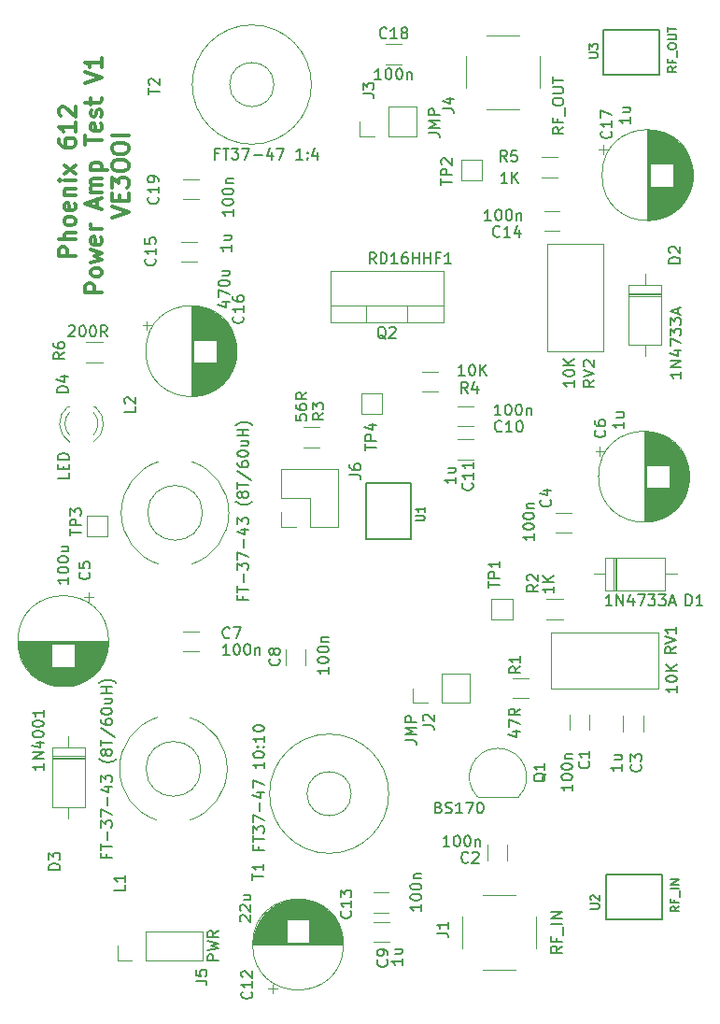
<source format=gbr>
%TF.GenerationSoftware,KiCad,Pcbnew,(6.0.7)*%
%TF.CreationDate,2023-01-12T16:49:01-05:00*%
%TF.ProjectId,Phoenix612_Stage_3_PA_Testing_v1,50686f65-6e69-4783-9631-325f53746167,rev?*%
%TF.SameCoordinates,Original*%
%TF.FileFunction,Legend,Top*%
%TF.FilePolarity,Positive*%
%FSLAX46Y46*%
G04 Gerber Fmt 4.6, Leading zero omitted, Abs format (unit mm)*
G04 Created by KiCad (PCBNEW (6.0.7)) date 2023-01-12 16:49:01*
%MOMM*%
%LPD*%
G01*
G04 APERTURE LIST*
%ADD10C,0.300000*%
%ADD11C,0.150000*%
%ADD12C,0.120000*%
%ADD13C,0.127000*%
G04 APERTURE END LIST*
D10*
X83023371Y-56800628D02*
X81523371Y-56800628D01*
X81523371Y-56229200D01*
X81594800Y-56086342D01*
X81666228Y-56014914D01*
X81809085Y-55943485D01*
X82023371Y-55943485D01*
X82166228Y-56014914D01*
X82237657Y-56086342D01*
X82309085Y-56229200D01*
X82309085Y-56800628D01*
X83023371Y-55300628D02*
X81523371Y-55300628D01*
X83023371Y-54657771D02*
X82237657Y-54657771D01*
X82094800Y-54729200D01*
X82023371Y-54872057D01*
X82023371Y-55086342D01*
X82094800Y-55229200D01*
X82166228Y-55300628D01*
X83023371Y-53729200D02*
X82951942Y-53872057D01*
X82880514Y-53943485D01*
X82737657Y-54014914D01*
X82309085Y-54014914D01*
X82166228Y-53943485D01*
X82094800Y-53872057D01*
X82023371Y-53729200D01*
X82023371Y-53514914D01*
X82094800Y-53372057D01*
X82166228Y-53300628D01*
X82309085Y-53229200D01*
X82737657Y-53229200D01*
X82880514Y-53300628D01*
X82951942Y-53372057D01*
X83023371Y-53514914D01*
X83023371Y-53729200D01*
X82951942Y-52014914D02*
X83023371Y-52157771D01*
X83023371Y-52443485D01*
X82951942Y-52586342D01*
X82809085Y-52657771D01*
X82237657Y-52657771D01*
X82094800Y-52586342D01*
X82023371Y-52443485D01*
X82023371Y-52157771D01*
X82094800Y-52014914D01*
X82237657Y-51943485D01*
X82380514Y-51943485D01*
X82523371Y-52657771D01*
X82023371Y-51300628D02*
X83023371Y-51300628D01*
X82166228Y-51300628D02*
X82094800Y-51229200D01*
X82023371Y-51086342D01*
X82023371Y-50872057D01*
X82094800Y-50729200D01*
X82237657Y-50657771D01*
X83023371Y-50657771D01*
X83023371Y-49943485D02*
X82023371Y-49943485D01*
X81523371Y-49943485D02*
X81594800Y-50014914D01*
X81666228Y-49943485D01*
X81594800Y-49872057D01*
X81523371Y-49943485D01*
X81666228Y-49943485D01*
X83023371Y-49372057D02*
X82023371Y-48586342D01*
X82023371Y-49372057D02*
X83023371Y-48586342D01*
X81523371Y-46229200D02*
X81523371Y-46514914D01*
X81594800Y-46657771D01*
X81666228Y-46729200D01*
X81880514Y-46872057D01*
X82166228Y-46943485D01*
X82737657Y-46943485D01*
X82880514Y-46872057D01*
X82951942Y-46800628D01*
X83023371Y-46657771D01*
X83023371Y-46372057D01*
X82951942Y-46229200D01*
X82880514Y-46157771D01*
X82737657Y-46086342D01*
X82380514Y-46086342D01*
X82237657Y-46157771D01*
X82166228Y-46229200D01*
X82094800Y-46372057D01*
X82094800Y-46657771D01*
X82166228Y-46800628D01*
X82237657Y-46872057D01*
X82380514Y-46943485D01*
X83023371Y-44657771D02*
X83023371Y-45514914D01*
X83023371Y-45086342D02*
X81523371Y-45086342D01*
X81737657Y-45229200D01*
X81880514Y-45372057D01*
X81951942Y-45514914D01*
X81666228Y-44086342D02*
X81594800Y-44014914D01*
X81523371Y-43872057D01*
X81523371Y-43514914D01*
X81594800Y-43372057D01*
X81666228Y-43300628D01*
X81809085Y-43229200D01*
X81951942Y-43229200D01*
X82166228Y-43300628D01*
X83023371Y-44157771D01*
X83023371Y-43229200D01*
X85438371Y-60086342D02*
X83938371Y-60086342D01*
X83938371Y-59514914D01*
X84009800Y-59372057D01*
X84081228Y-59300628D01*
X84224085Y-59229200D01*
X84438371Y-59229200D01*
X84581228Y-59300628D01*
X84652657Y-59372057D01*
X84724085Y-59514914D01*
X84724085Y-60086342D01*
X85438371Y-58372057D02*
X85366942Y-58514914D01*
X85295514Y-58586342D01*
X85152657Y-58657771D01*
X84724085Y-58657771D01*
X84581228Y-58586342D01*
X84509800Y-58514914D01*
X84438371Y-58372057D01*
X84438371Y-58157771D01*
X84509800Y-58014914D01*
X84581228Y-57943485D01*
X84724085Y-57872057D01*
X85152657Y-57872057D01*
X85295514Y-57943485D01*
X85366942Y-58014914D01*
X85438371Y-58157771D01*
X85438371Y-58372057D01*
X84438371Y-57372057D02*
X85438371Y-57086342D01*
X84724085Y-56800628D01*
X85438371Y-56514914D01*
X84438371Y-56229200D01*
X85366942Y-55086342D02*
X85438371Y-55229200D01*
X85438371Y-55514914D01*
X85366942Y-55657771D01*
X85224085Y-55729200D01*
X84652657Y-55729200D01*
X84509800Y-55657771D01*
X84438371Y-55514914D01*
X84438371Y-55229200D01*
X84509800Y-55086342D01*
X84652657Y-55014914D01*
X84795514Y-55014914D01*
X84938371Y-55729200D01*
X85438371Y-54372057D02*
X84438371Y-54372057D01*
X84724085Y-54372057D02*
X84581228Y-54300628D01*
X84509800Y-54229200D01*
X84438371Y-54086342D01*
X84438371Y-53943485D01*
X85009800Y-52372057D02*
X85009800Y-51657771D01*
X85438371Y-52514914D02*
X83938371Y-52014914D01*
X85438371Y-51514914D01*
X85438371Y-51014914D02*
X84438371Y-51014914D01*
X84581228Y-51014914D02*
X84509800Y-50943485D01*
X84438371Y-50800628D01*
X84438371Y-50586342D01*
X84509800Y-50443485D01*
X84652657Y-50372057D01*
X85438371Y-50372057D01*
X84652657Y-50372057D02*
X84509800Y-50300628D01*
X84438371Y-50157771D01*
X84438371Y-49943485D01*
X84509800Y-49800628D01*
X84652657Y-49729200D01*
X85438371Y-49729200D01*
X84438371Y-49014914D02*
X85938371Y-49014914D01*
X84509800Y-49014914D02*
X84438371Y-48872057D01*
X84438371Y-48586342D01*
X84509800Y-48443485D01*
X84581228Y-48372057D01*
X84724085Y-48300628D01*
X85152657Y-48300628D01*
X85295514Y-48372057D01*
X85366942Y-48443485D01*
X85438371Y-48586342D01*
X85438371Y-48872057D01*
X85366942Y-49014914D01*
X83938371Y-46729200D02*
X83938371Y-45872057D01*
X85438371Y-46300628D02*
X83938371Y-46300628D01*
X85366942Y-44800628D02*
X85438371Y-44943485D01*
X85438371Y-45229200D01*
X85366942Y-45372057D01*
X85224085Y-45443485D01*
X84652657Y-45443485D01*
X84509800Y-45372057D01*
X84438371Y-45229200D01*
X84438371Y-44943485D01*
X84509800Y-44800628D01*
X84652657Y-44729200D01*
X84795514Y-44729200D01*
X84938371Y-45443485D01*
X85366942Y-44157771D02*
X85438371Y-44014914D01*
X85438371Y-43729200D01*
X85366942Y-43586342D01*
X85224085Y-43514914D01*
X85152657Y-43514914D01*
X85009800Y-43586342D01*
X84938371Y-43729200D01*
X84938371Y-43943485D01*
X84866942Y-44086342D01*
X84724085Y-44157771D01*
X84652657Y-44157771D01*
X84509800Y-44086342D01*
X84438371Y-43943485D01*
X84438371Y-43729200D01*
X84509800Y-43586342D01*
X84438371Y-43086342D02*
X84438371Y-42514914D01*
X83938371Y-42872057D02*
X85224085Y-42872057D01*
X85366942Y-42800628D01*
X85438371Y-42657771D01*
X85438371Y-42514914D01*
X83938371Y-41086342D02*
X85438371Y-40586342D01*
X83938371Y-40086342D01*
X85438371Y-38800628D02*
X85438371Y-39657771D01*
X85438371Y-39229200D02*
X83938371Y-39229200D01*
X84152657Y-39372057D01*
X84295514Y-39514914D01*
X84366942Y-39657771D01*
X86353371Y-53300628D02*
X87853371Y-52800628D01*
X86353371Y-52300628D01*
X87067657Y-51800628D02*
X87067657Y-51300628D01*
X87853371Y-51086342D02*
X87853371Y-51800628D01*
X86353371Y-51800628D01*
X86353371Y-51086342D01*
X86353371Y-50586342D02*
X86353371Y-49657771D01*
X86924800Y-50157771D01*
X86924800Y-49943485D01*
X86996228Y-49800628D01*
X87067657Y-49729200D01*
X87210514Y-49657771D01*
X87567657Y-49657771D01*
X87710514Y-49729200D01*
X87781942Y-49800628D01*
X87853371Y-49943485D01*
X87853371Y-50372057D01*
X87781942Y-50514914D01*
X87710514Y-50586342D01*
X86353371Y-48729200D02*
X86353371Y-48443485D01*
X86424800Y-48300628D01*
X86567657Y-48157771D01*
X86853371Y-48086342D01*
X87353371Y-48086342D01*
X87639085Y-48157771D01*
X87781942Y-48300628D01*
X87853371Y-48443485D01*
X87853371Y-48729200D01*
X87781942Y-48872057D01*
X87639085Y-49014914D01*
X87353371Y-49086342D01*
X86853371Y-49086342D01*
X86567657Y-49014914D01*
X86424800Y-48872057D01*
X86353371Y-48729200D01*
X86353371Y-47157771D02*
X86353371Y-46872057D01*
X86424800Y-46729200D01*
X86567657Y-46586342D01*
X86853371Y-46514914D01*
X87353371Y-46514914D01*
X87639085Y-46586342D01*
X87781942Y-46729200D01*
X87853371Y-46872057D01*
X87853371Y-47157771D01*
X87781942Y-47300628D01*
X87639085Y-47443485D01*
X87353371Y-47514914D01*
X86853371Y-47514914D01*
X86567657Y-47443485D01*
X86424800Y-47300628D01*
X86353371Y-47157771D01*
X87853371Y-45872057D02*
X86353371Y-45872057D01*
D11*
%TO.C,R5*%
X122159733Y-48229780D02*
X121826400Y-47753590D01*
X121588304Y-48229780D02*
X121588304Y-47229780D01*
X121969257Y-47229780D01*
X122064495Y-47277400D01*
X122112114Y-47325019D01*
X122159733Y-47420257D01*
X122159733Y-47563114D01*
X122112114Y-47658352D01*
X122064495Y-47705971D01*
X121969257Y-47753590D01*
X121588304Y-47753590D01*
X123064495Y-47229780D02*
X122588304Y-47229780D01*
X122540685Y-47705971D01*
X122588304Y-47658352D01*
X122683542Y-47610733D01*
X122921638Y-47610733D01*
X123016876Y-47658352D01*
X123064495Y-47705971D01*
X123112114Y-47801209D01*
X123112114Y-48039304D01*
X123064495Y-48134542D01*
X123016876Y-48182161D01*
X122921638Y-48229780D01*
X122683542Y-48229780D01*
X122588304Y-48182161D01*
X122540685Y-48134542D01*
X122213714Y-50185580D02*
X121642285Y-50185580D01*
X121928000Y-50185580D02*
X121928000Y-49185580D01*
X121832761Y-49328438D01*
X121737523Y-49423676D01*
X121642285Y-49471295D01*
X122642285Y-50185580D02*
X122642285Y-49185580D01*
X123213714Y-50185580D02*
X122785142Y-49614152D01*
X123213714Y-49185580D02*
X122642285Y-49757009D01*
%TO.C,J4*%
X116343180Y-43437133D02*
X117057466Y-43437133D01*
X117200323Y-43484752D01*
X117295561Y-43579990D01*
X117343180Y-43722847D01*
X117343180Y-43818085D01*
X116676514Y-42532371D02*
X117343180Y-42532371D01*
X116295561Y-42770466D02*
X117009847Y-43008561D01*
X117009847Y-42389514D01*
X127299980Y-45133971D02*
X126823790Y-45467304D01*
X127299980Y-45705400D02*
X126299980Y-45705400D01*
X126299980Y-45324447D01*
X126347600Y-45229209D01*
X126395219Y-45181590D01*
X126490457Y-45133971D01*
X126633314Y-45133971D01*
X126728552Y-45181590D01*
X126776171Y-45229209D01*
X126823790Y-45324447D01*
X126823790Y-45705400D01*
X126776171Y-44372066D02*
X126776171Y-44705400D01*
X127299980Y-44705400D02*
X126299980Y-44705400D01*
X126299980Y-44229209D01*
X127395219Y-44086352D02*
X127395219Y-43324447D01*
X126299980Y-42895876D02*
X126299980Y-42705400D01*
X126347600Y-42610161D01*
X126442838Y-42514923D01*
X126633314Y-42467304D01*
X126966647Y-42467304D01*
X127157123Y-42514923D01*
X127252361Y-42610161D01*
X127299980Y-42705400D01*
X127299980Y-42895876D01*
X127252361Y-42991114D01*
X127157123Y-43086352D01*
X126966647Y-43133971D01*
X126633314Y-43133971D01*
X126442838Y-43086352D01*
X126347600Y-42991114D01*
X126299980Y-42895876D01*
X126299980Y-42038733D02*
X127109504Y-42038733D01*
X127204742Y-41991114D01*
X127252361Y-41943495D01*
X127299980Y-41848257D01*
X127299980Y-41657780D01*
X127252361Y-41562542D01*
X127204742Y-41514923D01*
X127109504Y-41467304D01*
X126299980Y-41467304D01*
X126299980Y-41133971D02*
X126299980Y-40562542D01*
X127299980Y-40848257D02*
X126299980Y-40848257D01*
%TO.C,C7*%
X97013733Y-91339942D02*
X96966114Y-91387561D01*
X96823257Y-91435180D01*
X96728019Y-91435180D01*
X96585161Y-91387561D01*
X96489923Y-91292323D01*
X96442304Y-91197085D01*
X96394685Y-91006609D01*
X96394685Y-90863752D01*
X96442304Y-90673276D01*
X96489923Y-90578038D01*
X96585161Y-90482800D01*
X96728019Y-90435180D01*
X96823257Y-90435180D01*
X96966114Y-90482800D01*
X97013733Y-90530419D01*
X97347066Y-90435180D02*
X98013733Y-90435180D01*
X97585161Y-91435180D01*
X97001152Y-92933780D02*
X96429723Y-92933780D01*
X96715438Y-92933780D02*
X96715438Y-91933780D01*
X96620200Y-92076638D01*
X96524961Y-92171876D01*
X96429723Y-92219495D01*
X97620200Y-91933780D02*
X97715438Y-91933780D01*
X97810676Y-91981400D01*
X97858295Y-92029019D01*
X97905914Y-92124257D01*
X97953533Y-92314733D01*
X97953533Y-92552828D01*
X97905914Y-92743304D01*
X97858295Y-92838542D01*
X97810676Y-92886161D01*
X97715438Y-92933780D01*
X97620200Y-92933780D01*
X97524961Y-92886161D01*
X97477342Y-92838542D01*
X97429723Y-92743304D01*
X97382104Y-92552828D01*
X97382104Y-92314733D01*
X97429723Y-92124257D01*
X97477342Y-92029019D01*
X97524961Y-91981400D01*
X97620200Y-91933780D01*
X98572580Y-91933780D02*
X98667819Y-91933780D01*
X98763057Y-91981400D01*
X98810676Y-92029019D01*
X98858295Y-92124257D01*
X98905914Y-92314733D01*
X98905914Y-92552828D01*
X98858295Y-92743304D01*
X98810676Y-92838542D01*
X98763057Y-92886161D01*
X98667819Y-92933780D01*
X98572580Y-92933780D01*
X98477342Y-92886161D01*
X98429723Y-92838542D01*
X98382104Y-92743304D01*
X98334485Y-92552828D01*
X98334485Y-92314733D01*
X98382104Y-92124257D01*
X98429723Y-92029019D01*
X98477342Y-91981400D01*
X98572580Y-91933780D01*
X99334485Y-92267114D02*
X99334485Y-92933780D01*
X99334485Y-92362352D02*
X99382104Y-92314733D01*
X99477342Y-92267114D01*
X99620200Y-92267114D01*
X99715438Y-92314733D01*
X99763057Y-92409971D01*
X99763057Y-92933780D01*
%TO.C,L2*%
X88488780Y-70423066D02*
X88488780Y-70899257D01*
X87488780Y-70899257D01*
X87584019Y-70137352D02*
X87536400Y-70089733D01*
X87488780Y-69994495D01*
X87488780Y-69756400D01*
X87536400Y-69661161D01*
X87584019Y-69613542D01*
X87679257Y-69565923D01*
X87774495Y-69565923D01*
X87917352Y-69613542D01*
X88488780Y-70184971D01*
X88488780Y-69565923D01*
X98201171Y-87646495D02*
X98201171Y-87979828D01*
X98724980Y-87979828D02*
X97724980Y-87979828D01*
X97724980Y-87503638D01*
X97724980Y-87265542D02*
X97724980Y-86694114D01*
X98724980Y-86979828D02*
X97724980Y-86979828D01*
X98344028Y-86360780D02*
X98344028Y-85598876D01*
X97724980Y-85217923D02*
X97724980Y-84598876D01*
X98105933Y-84932209D01*
X98105933Y-84789352D01*
X98153552Y-84694114D01*
X98201171Y-84646495D01*
X98296409Y-84598876D01*
X98534504Y-84598876D01*
X98629742Y-84646495D01*
X98677361Y-84694114D01*
X98724980Y-84789352D01*
X98724980Y-85075066D01*
X98677361Y-85170304D01*
X98629742Y-85217923D01*
X97724980Y-84265542D02*
X97724980Y-83598876D01*
X98724980Y-84027447D01*
X98344028Y-83217923D02*
X98344028Y-82456019D01*
X98058314Y-81551257D02*
X98724980Y-81551257D01*
X97677361Y-81789352D02*
X98391647Y-82027447D01*
X98391647Y-81408400D01*
X97724980Y-81122685D02*
X97724980Y-80503638D01*
X98105933Y-80836971D01*
X98105933Y-80694114D01*
X98153552Y-80598876D01*
X98201171Y-80551257D01*
X98296409Y-80503638D01*
X98534504Y-80503638D01*
X98629742Y-80551257D01*
X98677361Y-80598876D01*
X98724980Y-80694114D01*
X98724980Y-80979828D01*
X98677361Y-81075066D01*
X98629742Y-81122685D01*
X99105933Y-79027447D02*
X99058314Y-79075066D01*
X98915457Y-79170304D01*
X98820219Y-79217923D01*
X98677361Y-79265542D01*
X98439266Y-79313161D01*
X98248790Y-79313161D01*
X98010695Y-79265542D01*
X97867838Y-79217923D01*
X97772600Y-79170304D01*
X97629742Y-79075066D01*
X97582123Y-79027447D01*
X98153552Y-78503638D02*
X98105933Y-78598876D01*
X98058314Y-78646495D01*
X97963076Y-78694114D01*
X97915457Y-78694114D01*
X97820219Y-78646495D01*
X97772600Y-78598876D01*
X97724980Y-78503638D01*
X97724980Y-78313161D01*
X97772600Y-78217923D01*
X97820219Y-78170304D01*
X97915457Y-78122685D01*
X97963076Y-78122685D01*
X98058314Y-78170304D01*
X98105933Y-78217923D01*
X98153552Y-78313161D01*
X98153552Y-78503638D01*
X98201171Y-78598876D01*
X98248790Y-78646495D01*
X98344028Y-78694114D01*
X98534504Y-78694114D01*
X98629742Y-78646495D01*
X98677361Y-78598876D01*
X98724980Y-78503638D01*
X98724980Y-78313161D01*
X98677361Y-78217923D01*
X98629742Y-78170304D01*
X98534504Y-78122685D01*
X98344028Y-78122685D01*
X98248790Y-78170304D01*
X98201171Y-78217923D01*
X98153552Y-78313161D01*
X97724980Y-77836971D02*
X97724980Y-77265542D01*
X98724980Y-77551257D02*
X97724980Y-77551257D01*
X97677361Y-76217923D02*
X98963076Y-77075066D01*
X97724980Y-75456019D02*
X97724980Y-75646495D01*
X97772600Y-75741733D01*
X97820219Y-75789352D01*
X97963076Y-75884590D01*
X98153552Y-75932209D01*
X98534504Y-75932209D01*
X98629742Y-75884590D01*
X98677361Y-75836971D01*
X98724980Y-75741733D01*
X98724980Y-75551257D01*
X98677361Y-75456019D01*
X98629742Y-75408400D01*
X98534504Y-75360780D01*
X98296409Y-75360780D01*
X98201171Y-75408400D01*
X98153552Y-75456019D01*
X98105933Y-75551257D01*
X98105933Y-75741733D01*
X98153552Y-75836971D01*
X98201171Y-75884590D01*
X98296409Y-75932209D01*
X97724980Y-74741733D02*
X97724980Y-74646495D01*
X97772600Y-74551257D01*
X97820219Y-74503638D01*
X97915457Y-74456019D01*
X98105933Y-74408400D01*
X98344028Y-74408400D01*
X98534504Y-74456019D01*
X98629742Y-74503638D01*
X98677361Y-74551257D01*
X98724980Y-74646495D01*
X98724980Y-74741733D01*
X98677361Y-74836971D01*
X98629742Y-74884590D01*
X98534504Y-74932209D01*
X98344028Y-74979828D01*
X98105933Y-74979828D01*
X97915457Y-74932209D01*
X97820219Y-74884590D01*
X97772600Y-74836971D01*
X97724980Y-74741733D01*
X98058314Y-73551257D02*
X98724980Y-73551257D01*
X98058314Y-73979828D02*
X98582123Y-73979828D01*
X98677361Y-73932209D01*
X98724980Y-73836971D01*
X98724980Y-73694114D01*
X98677361Y-73598876D01*
X98629742Y-73551257D01*
X98724980Y-73075066D02*
X97724980Y-73075066D01*
X98201171Y-73075066D02*
X98201171Y-72503638D01*
X98724980Y-72503638D02*
X97724980Y-72503638D01*
X99105933Y-72122685D02*
X99058314Y-72075066D01*
X98915457Y-71979828D01*
X98820219Y-71932209D01*
X98677361Y-71884590D01*
X98439266Y-71836971D01*
X98248790Y-71836971D01*
X98010695Y-71884590D01*
X97867838Y-71932209D01*
X97772600Y-71979828D01*
X97629742Y-72075066D01*
X97582123Y-72122685D01*
%TO.C,U2*%
X129743803Y-115941325D02*
X130381224Y-115941325D01*
X130456215Y-115903830D01*
X130493710Y-115866334D01*
X130531205Y-115791344D01*
X130531205Y-115641362D01*
X130493710Y-115566372D01*
X130456215Y-115528876D01*
X130381224Y-115491381D01*
X129743803Y-115491381D01*
X129818794Y-115153923D02*
X129781299Y-115116428D01*
X129743803Y-115041437D01*
X129743803Y-114853960D01*
X129781299Y-114778970D01*
X129818794Y-114741474D01*
X129893785Y-114703979D01*
X129968775Y-114703979D01*
X130081261Y-114741474D01*
X130531205Y-115191418D01*
X130531205Y-114703979D01*
X137770205Y-115725426D02*
X137395252Y-115987893D01*
X137770205Y-116175370D02*
X136982803Y-116175370D01*
X136982803Y-115875407D01*
X137020299Y-115800417D01*
X137057794Y-115762921D01*
X137132785Y-115725426D01*
X137245271Y-115725426D01*
X137320261Y-115762921D01*
X137357757Y-115800417D01*
X137395252Y-115875407D01*
X137395252Y-116175370D01*
X137357757Y-115125501D02*
X137357757Y-115387968D01*
X137770205Y-115387968D02*
X136982803Y-115387968D01*
X136982803Y-115013015D01*
X137845196Y-114900529D02*
X137845196Y-114300603D01*
X137770205Y-114113127D02*
X136982803Y-114113127D01*
X137770205Y-113738173D02*
X136982803Y-113738173D01*
X137770205Y-113288229D01*
X136982803Y-113288229D01*
%TO.C,D1*%
X138377704Y-88463380D02*
X138377704Y-87463380D01*
X138615800Y-87463380D01*
X138758657Y-87511000D01*
X138853895Y-87606238D01*
X138901514Y-87701476D01*
X138949133Y-87891952D01*
X138949133Y-88034809D01*
X138901514Y-88225285D01*
X138853895Y-88320523D01*
X138758657Y-88415761D01*
X138615800Y-88463380D01*
X138377704Y-88463380D01*
X139901514Y-88463380D02*
X139330085Y-88463380D01*
X139615800Y-88463380D02*
X139615800Y-87463380D01*
X139520561Y-87606238D01*
X139425323Y-87701476D01*
X139330085Y-87749095D01*
X131692971Y-88463380D02*
X131121542Y-88463380D01*
X131407257Y-88463380D02*
X131407257Y-87463380D01*
X131312019Y-87606238D01*
X131216780Y-87701476D01*
X131121542Y-87749095D01*
X132121542Y-88463380D02*
X132121542Y-87463380D01*
X132692971Y-88463380D01*
X132692971Y-87463380D01*
X133597733Y-87796714D02*
X133597733Y-88463380D01*
X133359638Y-87415761D02*
X133121542Y-88130047D01*
X133740590Y-88130047D01*
X134026304Y-87463380D02*
X134692971Y-87463380D01*
X134264400Y-88463380D01*
X134978685Y-87463380D02*
X135597733Y-87463380D01*
X135264400Y-87844333D01*
X135407257Y-87844333D01*
X135502495Y-87891952D01*
X135550114Y-87939571D01*
X135597733Y-88034809D01*
X135597733Y-88272904D01*
X135550114Y-88368142D01*
X135502495Y-88415761D01*
X135407257Y-88463380D01*
X135121542Y-88463380D01*
X135026304Y-88415761D01*
X134978685Y-88368142D01*
X135931066Y-87463380D02*
X136550114Y-87463380D01*
X136216780Y-87844333D01*
X136359638Y-87844333D01*
X136454876Y-87891952D01*
X136502495Y-87939571D01*
X136550114Y-88034809D01*
X136550114Y-88272904D01*
X136502495Y-88368142D01*
X136454876Y-88415761D01*
X136359638Y-88463380D01*
X136073923Y-88463380D01*
X135978685Y-88415761D01*
X135931066Y-88368142D01*
X136931066Y-88177666D02*
X137407257Y-88177666D01*
X136835828Y-88463380D02*
X137169161Y-87463380D01*
X137502495Y-88463380D01*
%TO.C,U3*%
X129616803Y-38801525D02*
X130254224Y-38801525D01*
X130329215Y-38764030D01*
X130366710Y-38726534D01*
X130404205Y-38651544D01*
X130404205Y-38501562D01*
X130366710Y-38426572D01*
X130329215Y-38389076D01*
X130254224Y-38351581D01*
X129616803Y-38351581D01*
X129616803Y-38051618D02*
X129616803Y-37564179D01*
X129916766Y-37826646D01*
X129916766Y-37714160D01*
X129954261Y-37639170D01*
X129991757Y-37601674D01*
X130066747Y-37564179D01*
X130254224Y-37564179D01*
X130329215Y-37601674D01*
X130366710Y-37639170D01*
X130404205Y-37714160D01*
X130404205Y-37939132D01*
X130366710Y-38014123D01*
X130329215Y-38051618D01*
X137541605Y-39618561D02*
X137166652Y-39881028D01*
X137541605Y-40068505D02*
X136754203Y-40068505D01*
X136754203Y-39768542D01*
X136791699Y-39693551D01*
X136829194Y-39656056D01*
X136904185Y-39618561D01*
X137016671Y-39618561D01*
X137091661Y-39656056D01*
X137129157Y-39693551D01*
X137166652Y-39768542D01*
X137166652Y-40068505D01*
X137129157Y-39018635D02*
X137129157Y-39281103D01*
X137541605Y-39281103D02*
X136754203Y-39281103D01*
X136754203Y-38906149D01*
X137616596Y-38793663D02*
X137616596Y-38193738D01*
X136754203Y-37856280D02*
X136754203Y-37706299D01*
X136791699Y-37631308D01*
X136866689Y-37556317D01*
X137016671Y-37518822D01*
X137279138Y-37518822D01*
X137429119Y-37556317D01*
X137504110Y-37631308D01*
X137541605Y-37706299D01*
X137541605Y-37856280D01*
X137504110Y-37931271D01*
X137429119Y-38006261D01*
X137279138Y-38043757D01*
X137016671Y-38043757D01*
X136866689Y-38006261D01*
X136791699Y-37931271D01*
X136754203Y-37856280D01*
X136754203Y-37181364D02*
X137391624Y-37181364D01*
X137466615Y-37143869D01*
X137504110Y-37106373D01*
X137541605Y-37031383D01*
X137541605Y-36881401D01*
X137504110Y-36806411D01*
X137466615Y-36768915D01*
X137391624Y-36731420D01*
X136754203Y-36731420D01*
X136754203Y-36468953D02*
X136754203Y-36019009D01*
X137541605Y-36243981D02*
X136754203Y-36243981D01*
%TO.C,R1*%
X123388380Y-93994266D02*
X122912190Y-94327600D01*
X123388380Y-94565695D02*
X122388380Y-94565695D01*
X122388380Y-94184742D01*
X122436000Y-94089504D01*
X122483619Y-94041885D01*
X122578857Y-93994266D01*
X122721714Y-93994266D01*
X122816952Y-94041885D01*
X122864571Y-94089504D01*
X122912190Y-94184742D01*
X122912190Y-94565695D01*
X123388380Y-93041885D02*
X123388380Y-93613314D01*
X123388380Y-93327600D02*
X122388380Y-93327600D01*
X122531238Y-93422838D01*
X122626476Y-93518076D01*
X122674095Y-93613314D01*
X122670914Y-99871114D02*
X123337580Y-99871114D01*
X122289961Y-100109209D02*
X123004247Y-100347304D01*
X123004247Y-99728257D01*
X122337580Y-99442542D02*
X122337580Y-98775876D01*
X123337580Y-99204447D01*
X123337580Y-97823495D02*
X122861390Y-98156828D01*
X123337580Y-98394923D02*
X122337580Y-98394923D01*
X122337580Y-98013971D01*
X122385200Y-97918733D01*
X122432819Y-97871114D01*
X122528057Y-97823495D01*
X122670914Y-97823495D01*
X122766152Y-97871114D01*
X122813771Y-97918733D01*
X122861390Y-98013971D01*
X122861390Y-98394923D01*
%TO.C,R2*%
X124988580Y-86577466D02*
X124512390Y-86910800D01*
X124988580Y-87148895D02*
X123988580Y-87148895D01*
X123988580Y-86767942D01*
X124036200Y-86672704D01*
X124083819Y-86625085D01*
X124179057Y-86577466D01*
X124321914Y-86577466D01*
X124417152Y-86625085D01*
X124464771Y-86672704D01*
X124512390Y-86767942D01*
X124512390Y-87148895D01*
X124083819Y-86196514D02*
X124036200Y-86148895D01*
X123988580Y-86053657D01*
X123988580Y-85815561D01*
X124036200Y-85720323D01*
X124083819Y-85672704D01*
X124179057Y-85625085D01*
X124274295Y-85625085D01*
X124417152Y-85672704D01*
X124988580Y-86244133D01*
X124988580Y-85625085D01*
X126385580Y-86726685D02*
X126385580Y-87298114D01*
X126385580Y-87012400D02*
X125385580Y-87012400D01*
X125528438Y-87107638D01*
X125623676Y-87202876D01*
X125671295Y-87298114D01*
X126385580Y-86298114D02*
X125385580Y-86298114D01*
X126385580Y-85726685D02*
X125814152Y-86155257D01*
X125385580Y-85726685D02*
X125957009Y-86298114D01*
%TO.C,Q1*%
X125693419Y-103676438D02*
X125645800Y-103771676D01*
X125550561Y-103866914D01*
X125407704Y-104009771D01*
X125360085Y-104105009D01*
X125360085Y-104200247D01*
X125598180Y-104152628D02*
X125550561Y-104247866D01*
X125455323Y-104343104D01*
X125264847Y-104390723D01*
X124931514Y-104390723D01*
X124741038Y-104343104D01*
X124645800Y-104247866D01*
X124598180Y-104152628D01*
X124598180Y-103962152D01*
X124645800Y-103866914D01*
X124741038Y-103771676D01*
X124931514Y-103724057D01*
X125264847Y-103724057D01*
X125455323Y-103771676D01*
X125550561Y-103866914D01*
X125598180Y-103962152D01*
X125598180Y-104152628D01*
X125598180Y-102771676D02*
X125598180Y-103343104D01*
X125598180Y-103057390D02*
X124598180Y-103057390D01*
X124741038Y-103152628D01*
X124836276Y-103247866D01*
X124883895Y-103343104D01*
X115971866Y-106760971D02*
X116114723Y-106808590D01*
X116162342Y-106856209D01*
X116209961Y-106951447D01*
X116209961Y-107094304D01*
X116162342Y-107189542D01*
X116114723Y-107237161D01*
X116019485Y-107284780D01*
X115638533Y-107284780D01*
X115638533Y-106284780D01*
X115971866Y-106284780D01*
X116067104Y-106332400D01*
X116114723Y-106380019D01*
X116162342Y-106475257D01*
X116162342Y-106570495D01*
X116114723Y-106665733D01*
X116067104Y-106713352D01*
X115971866Y-106760971D01*
X115638533Y-106760971D01*
X116590914Y-107237161D02*
X116733771Y-107284780D01*
X116971866Y-107284780D01*
X117067104Y-107237161D01*
X117114723Y-107189542D01*
X117162342Y-107094304D01*
X117162342Y-106999066D01*
X117114723Y-106903828D01*
X117067104Y-106856209D01*
X116971866Y-106808590D01*
X116781390Y-106760971D01*
X116686152Y-106713352D01*
X116638533Y-106665733D01*
X116590914Y-106570495D01*
X116590914Y-106475257D01*
X116638533Y-106380019D01*
X116686152Y-106332400D01*
X116781390Y-106284780D01*
X117019485Y-106284780D01*
X117162342Y-106332400D01*
X118114723Y-107284780D02*
X117543295Y-107284780D01*
X117829009Y-107284780D02*
X117829009Y-106284780D01*
X117733771Y-106427638D01*
X117638533Y-106522876D01*
X117543295Y-106570495D01*
X118448057Y-106284780D02*
X119114723Y-106284780D01*
X118686152Y-107284780D01*
X119686152Y-106284780D02*
X119781390Y-106284780D01*
X119876628Y-106332400D01*
X119924247Y-106380019D01*
X119971866Y-106475257D01*
X120019485Y-106665733D01*
X120019485Y-106903828D01*
X119971866Y-107094304D01*
X119924247Y-107189542D01*
X119876628Y-107237161D01*
X119781390Y-107284780D01*
X119686152Y-107284780D01*
X119590914Y-107237161D01*
X119543295Y-107189542D01*
X119495676Y-107094304D01*
X119448057Y-106903828D01*
X119448057Y-106665733D01*
X119495676Y-106475257D01*
X119543295Y-106380019D01*
X119590914Y-106332400D01*
X119686152Y-106284780D01*
%TO.C,C17*%
X131583193Y-45499257D02*
X131630812Y-45546876D01*
X131678431Y-45689733D01*
X131678431Y-45784971D01*
X131630812Y-45927828D01*
X131535574Y-46023066D01*
X131440336Y-46070685D01*
X131249860Y-46118304D01*
X131107003Y-46118304D01*
X130916527Y-46070685D01*
X130821289Y-46023066D01*
X130726051Y-45927828D01*
X130678431Y-45784971D01*
X130678431Y-45689733D01*
X130726051Y-45546876D01*
X130773670Y-45499257D01*
X131678431Y-44546876D02*
X131678431Y-45118304D01*
X131678431Y-44832590D02*
X130678431Y-44832590D01*
X130821289Y-44927828D01*
X130916527Y-45023066D01*
X130964146Y-45118304D01*
X130678431Y-44213542D02*
X130678431Y-43546876D01*
X131678431Y-43975447D01*
X133354831Y-44184866D02*
X133354831Y-44756295D01*
X133354831Y-44470580D02*
X132354831Y-44470580D01*
X132497689Y-44565819D01*
X132592927Y-44661057D01*
X132640546Y-44756295D01*
X132688165Y-43327723D02*
X133354831Y-43327723D01*
X132688165Y-43756295D02*
X133211974Y-43756295D01*
X133307212Y-43708676D01*
X133354831Y-43613438D01*
X133354831Y-43470580D01*
X133307212Y-43375342D01*
X133259593Y-43327723D01*
%TO.C,J1*%
X115835180Y-118138533D02*
X116549466Y-118138533D01*
X116692323Y-118186152D01*
X116787561Y-118281390D01*
X116835180Y-118424247D01*
X116835180Y-118519485D01*
X116835180Y-117138533D02*
X116835180Y-117709961D01*
X116835180Y-117424247D02*
X115835180Y-117424247D01*
X115978038Y-117519485D01*
X116073276Y-117614723D01*
X116120895Y-117709961D01*
X127147580Y-119346504D02*
X126671390Y-119679838D01*
X127147580Y-119917933D02*
X126147580Y-119917933D01*
X126147580Y-119536980D01*
X126195200Y-119441742D01*
X126242819Y-119394123D01*
X126338057Y-119346504D01*
X126480914Y-119346504D01*
X126576152Y-119394123D01*
X126623771Y-119441742D01*
X126671390Y-119536980D01*
X126671390Y-119917933D01*
X126623771Y-118584600D02*
X126623771Y-118917933D01*
X127147580Y-118917933D02*
X126147580Y-118917933D01*
X126147580Y-118441742D01*
X127242819Y-118298885D02*
X127242819Y-117536980D01*
X127147580Y-117298885D02*
X126147580Y-117298885D01*
X127147580Y-116822695D02*
X126147580Y-116822695D01*
X127147580Y-116251266D01*
X126147580Y-116251266D01*
%TO.C,C8*%
X101504142Y-93283066D02*
X101551761Y-93330685D01*
X101599380Y-93473542D01*
X101599380Y-93568780D01*
X101551761Y-93711638D01*
X101456523Y-93806876D01*
X101361285Y-93854495D01*
X101170809Y-93902114D01*
X101027952Y-93902114D01*
X100837476Y-93854495D01*
X100742238Y-93806876D01*
X100647000Y-93711638D01*
X100599380Y-93568780D01*
X100599380Y-93473542D01*
X100647000Y-93330685D01*
X100694619Y-93283066D01*
X101027952Y-92711638D02*
X100980333Y-92806876D01*
X100932714Y-92854495D01*
X100837476Y-92902114D01*
X100789857Y-92902114D01*
X100694619Y-92854495D01*
X100647000Y-92806876D01*
X100599380Y-92711638D01*
X100599380Y-92521161D01*
X100647000Y-92425923D01*
X100694619Y-92378304D01*
X100789857Y-92330685D01*
X100837476Y-92330685D01*
X100932714Y-92378304D01*
X100980333Y-92425923D01*
X101027952Y-92521161D01*
X101027952Y-92711638D01*
X101075571Y-92806876D01*
X101123190Y-92854495D01*
X101218428Y-92902114D01*
X101408904Y-92902114D01*
X101504142Y-92854495D01*
X101551761Y-92806876D01*
X101599380Y-92711638D01*
X101599380Y-92521161D01*
X101551761Y-92425923D01*
X101504142Y-92378304D01*
X101408904Y-92330685D01*
X101218428Y-92330685D01*
X101123190Y-92378304D01*
X101075571Y-92425923D01*
X101027952Y-92521161D01*
X105989380Y-94057647D02*
X105989380Y-94629076D01*
X105989380Y-94343361D02*
X104989380Y-94343361D01*
X105132238Y-94438600D01*
X105227476Y-94533838D01*
X105275095Y-94629076D01*
X104989380Y-93438600D02*
X104989380Y-93343361D01*
X105037000Y-93248123D01*
X105084619Y-93200504D01*
X105179857Y-93152885D01*
X105370333Y-93105266D01*
X105608428Y-93105266D01*
X105798904Y-93152885D01*
X105894142Y-93200504D01*
X105941761Y-93248123D01*
X105989380Y-93343361D01*
X105989380Y-93438600D01*
X105941761Y-93533838D01*
X105894142Y-93581457D01*
X105798904Y-93629076D01*
X105608428Y-93676695D01*
X105370333Y-93676695D01*
X105179857Y-93629076D01*
X105084619Y-93581457D01*
X105037000Y-93533838D01*
X104989380Y-93438600D01*
X104989380Y-92486219D02*
X104989380Y-92390980D01*
X105037000Y-92295742D01*
X105084619Y-92248123D01*
X105179857Y-92200504D01*
X105370333Y-92152885D01*
X105608428Y-92152885D01*
X105798904Y-92200504D01*
X105894142Y-92248123D01*
X105941761Y-92295742D01*
X105989380Y-92390980D01*
X105989380Y-92486219D01*
X105941761Y-92581457D01*
X105894142Y-92629076D01*
X105798904Y-92676695D01*
X105608428Y-92724314D01*
X105370333Y-92724314D01*
X105179857Y-92676695D01*
X105084619Y-92629076D01*
X105037000Y-92581457D01*
X104989380Y-92486219D01*
X105322714Y-91724314D02*
X105989380Y-91724314D01*
X105417952Y-91724314D02*
X105370333Y-91676695D01*
X105322714Y-91581457D01*
X105322714Y-91438600D01*
X105370333Y-91343361D01*
X105465571Y-91295742D01*
X105989380Y-91295742D01*
%TO.C,C13*%
X107976942Y-116162057D02*
X108024561Y-116209676D01*
X108072180Y-116352533D01*
X108072180Y-116447771D01*
X108024561Y-116590628D01*
X107929323Y-116685866D01*
X107834085Y-116733485D01*
X107643609Y-116781104D01*
X107500752Y-116781104D01*
X107310276Y-116733485D01*
X107215038Y-116685866D01*
X107119800Y-116590628D01*
X107072180Y-116447771D01*
X107072180Y-116352533D01*
X107119800Y-116209676D01*
X107167419Y-116162057D01*
X108072180Y-115209676D02*
X108072180Y-115781104D01*
X108072180Y-115495390D02*
X107072180Y-115495390D01*
X107215038Y-115590628D01*
X107310276Y-115685866D01*
X107357895Y-115781104D01*
X107072180Y-114876342D02*
X107072180Y-114257295D01*
X107453133Y-114590628D01*
X107453133Y-114447771D01*
X107500752Y-114352533D01*
X107548371Y-114304914D01*
X107643609Y-114257295D01*
X107881704Y-114257295D01*
X107976942Y-114304914D01*
X108024561Y-114352533D01*
X108072180Y-114447771D01*
X108072180Y-114733485D01*
X108024561Y-114828723D01*
X107976942Y-114876342D01*
X114396780Y-115546047D02*
X114396780Y-116117476D01*
X114396780Y-115831761D02*
X113396780Y-115831761D01*
X113539638Y-115927000D01*
X113634876Y-116022238D01*
X113682495Y-116117476D01*
X113396780Y-114927000D02*
X113396780Y-114831761D01*
X113444400Y-114736523D01*
X113492019Y-114688904D01*
X113587257Y-114641285D01*
X113777733Y-114593666D01*
X114015828Y-114593666D01*
X114206304Y-114641285D01*
X114301542Y-114688904D01*
X114349161Y-114736523D01*
X114396780Y-114831761D01*
X114396780Y-114927000D01*
X114349161Y-115022238D01*
X114301542Y-115069857D01*
X114206304Y-115117476D01*
X114015828Y-115165095D01*
X113777733Y-115165095D01*
X113587257Y-115117476D01*
X113492019Y-115069857D01*
X113444400Y-115022238D01*
X113396780Y-114927000D01*
X113396780Y-113974619D02*
X113396780Y-113879380D01*
X113444400Y-113784142D01*
X113492019Y-113736523D01*
X113587257Y-113688904D01*
X113777733Y-113641285D01*
X114015828Y-113641285D01*
X114206304Y-113688904D01*
X114301542Y-113736523D01*
X114349161Y-113784142D01*
X114396780Y-113879380D01*
X114396780Y-113974619D01*
X114349161Y-114069857D01*
X114301542Y-114117476D01*
X114206304Y-114165095D01*
X114015828Y-114212714D01*
X113777733Y-114212714D01*
X113587257Y-114165095D01*
X113492019Y-114117476D01*
X113444400Y-114069857D01*
X113396780Y-113974619D01*
X113730114Y-113212714D02*
X114396780Y-113212714D01*
X113825352Y-113212714D02*
X113777733Y-113165095D01*
X113730114Y-113069857D01*
X113730114Y-112927000D01*
X113777733Y-112831761D01*
X113872971Y-112784142D01*
X114396780Y-112784142D01*
%TO.C,L1*%
X87548980Y-113780866D02*
X87548980Y-114257057D01*
X86548980Y-114257057D01*
X87548980Y-112923723D02*
X87548980Y-113495152D01*
X87548980Y-113209438D02*
X86548980Y-113209438D01*
X86691838Y-113304676D01*
X86787076Y-113399914D01*
X86834695Y-113495152D01*
X85838671Y-110996095D02*
X85838671Y-111329428D01*
X86362480Y-111329428D02*
X85362480Y-111329428D01*
X85362480Y-110853238D01*
X85362480Y-110615142D02*
X85362480Y-110043714D01*
X86362480Y-110329428D02*
X85362480Y-110329428D01*
X85981528Y-109710380D02*
X85981528Y-108948476D01*
X85362480Y-108567523D02*
X85362480Y-107948476D01*
X85743433Y-108281809D01*
X85743433Y-108138952D01*
X85791052Y-108043714D01*
X85838671Y-107996095D01*
X85933909Y-107948476D01*
X86172004Y-107948476D01*
X86267242Y-107996095D01*
X86314861Y-108043714D01*
X86362480Y-108138952D01*
X86362480Y-108424666D01*
X86314861Y-108519904D01*
X86267242Y-108567523D01*
X85362480Y-107615142D02*
X85362480Y-106948476D01*
X86362480Y-107377047D01*
X85981528Y-106567523D02*
X85981528Y-105805619D01*
X85695814Y-104900857D02*
X86362480Y-104900857D01*
X85314861Y-105138952D02*
X86029147Y-105377047D01*
X86029147Y-104758000D01*
X85362480Y-104472285D02*
X85362480Y-103853238D01*
X85743433Y-104186571D01*
X85743433Y-104043714D01*
X85791052Y-103948476D01*
X85838671Y-103900857D01*
X85933909Y-103853238D01*
X86172004Y-103853238D01*
X86267242Y-103900857D01*
X86314861Y-103948476D01*
X86362480Y-104043714D01*
X86362480Y-104329428D01*
X86314861Y-104424666D01*
X86267242Y-104472285D01*
X86743433Y-102377047D02*
X86695814Y-102424666D01*
X86552957Y-102519904D01*
X86457719Y-102567523D01*
X86314861Y-102615142D01*
X86076766Y-102662761D01*
X85886290Y-102662761D01*
X85648195Y-102615142D01*
X85505338Y-102567523D01*
X85410100Y-102519904D01*
X85267242Y-102424666D01*
X85219623Y-102377047D01*
X85791052Y-101853238D02*
X85743433Y-101948476D01*
X85695814Y-101996095D01*
X85600576Y-102043714D01*
X85552957Y-102043714D01*
X85457719Y-101996095D01*
X85410100Y-101948476D01*
X85362480Y-101853238D01*
X85362480Y-101662761D01*
X85410100Y-101567523D01*
X85457719Y-101519904D01*
X85552957Y-101472285D01*
X85600576Y-101472285D01*
X85695814Y-101519904D01*
X85743433Y-101567523D01*
X85791052Y-101662761D01*
X85791052Y-101853238D01*
X85838671Y-101948476D01*
X85886290Y-101996095D01*
X85981528Y-102043714D01*
X86172004Y-102043714D01*
X86267242Y-101996095D01*
X86314861Y-101948476D01*
X86362480Y-101853238D01*
X86362480Y-101662761D01*
X86314861Y-101567523D01*
X86267242Y-101519904D01*
X86172004Y-101472285D01*
X85981528Y-101472285D01*
X85886290Y-101519904D01*
X85838671Y-101567523D01*
X85791052Y-101662761D01*
X85362480Y-101186571D02*
X85362480Y-100615142D01*
X86362480Y-100900857D02*
X85362480Y-100900857D01*
X85314861Y-99567523D02*
X86600576Y-100424666D01*
X85362480Y-98805619D02*
X85362480Y-98996095D01*
X85410100Y-99091333D01*
X85457719Y-99138952D01*
X85600576Y-99234190D01*
X85791052Y-99281809D01*
X86172004Y-99281809D01*
X86267242Y-99234190D01*
X86314861Y-99186571D01*
X86362480Y-99091333D01*
X86362480Y-98900857D01*
X86314861Y-98805619D01*
X86267242Y-98758000D01*
X86172004Y-98710380D01*
X85933909Y-98710380D01*
X85838671Y-98758000D01*
X85791052Y-98805619D01*
X85743433Y-98900857D01*
X85743433Y-99091333D01*
X85791052Y-99186571D01*
X85838671Y-99234190D01*
X85933909Y-99281809D01*
X85362480Y-98091333D02*
X85362480Y-97996095D01*
X85410100Y-97900857D01*
X85457719Y-97853238D01*
X85552957Y-97805619D01*
X85743433Y-97758000D01*
X85981528Y-97758000D01*
X86172004Y-97805619D01*
X86267242Y-97853238D01*
X86314861Y-97900857D01*
X86362480Y-97996095D01*
X86362480Y-98091333D01*
X86314861Y-98186571D01*
X86267242Y-98234190D01*
X86172004Y-98281809D01*
X85981528Y-98329428D01*
X85743433Y-98329428D01*
X85552957Y-98281809D01*
X85457719Y-98234190D01*
X85410100Y-98186571D01*
X85362480Y-98091333D01*
X85695814Y-96900857D02*
X86362480Y-96900857D01*
X85695814Y-97329428D02*
X86219623Y-97329428D01*
X86314861Y-97281809D01*
X86362480Y-97186571D01*
X86362480Y-97043714D01*
X86314861Y-96948476D01*
X86267242Y-96900857D01*
X86362480Y-96424666D02*
X85362480Y-96424666D01*
X85838671Y-96424666D02*
X85838671Y-95853238D01*
X86362480Y-95853238D02*
X85362480Y-95853238D01*
X86743433Y-95472285D02*
X86695814Y-95424666D01*
X86552957Y-95329428D01*
X86457719Y-95281809D01*
X86314861Y-95234190D01*
X86076766Y-95186571D01*
X85886290Y-95186571D01*
X85648195Y-95234190D01*
X85505338Y-95281809D01*
X85410100Y-95329428D01*
X85267242Y-95424666D01*
X85219623Y-95472285D01*
%TO.C,C18*%
X111244142Y-36988142D02*
X111196523Y-37035761D01*
X111053666Y-37083380D01*
X110958428Y-37083380D01*
X110815571Y-37035761D01*
X110720333Y-36940523D01*
X110672714Y-36845285D01*
X110625095Y-36654809D01*
X110625095Y-36511952D01*
X110672714Y-36321476D01*
X110720333Y-36226238D01*
X110815571Y-36131000D01*
X110958428Y-36083380D01*
X111053666Y-36083380D01*
X111196523Y-36131000D01*
X111244142Y-36178619D01*
X112196523Y-37083380D02*
X111625095Y-37083380D01*
X111910809Y-37083380D02*
X111910809Y-36083380D01*
X111815571Y-36226238D01*
X111720333Y-36321476D01*
X111625095Y-36369095D01*
X112767952Y-36511952D02*
X112672714Y-36464333D01*
X112625095Y-36416714D01*
X112577476Y-36321476D01*
X112577476Y-36273857D01*
X112625095Y-36178619D01*
X112672714Y-36131000D01*
X112767952Y-36083380D01*
X112958428Y-36083380D01*
X113053666Y-36131000D01*
X113101285Y-36178619D01*
X113148904Y-36273857D01*
X113148904Y-36321476D01*
X113101285Y-36416714D01*
X113053666Y-36464333D01*
X112958428Y-36511952D01*
X112767952Y-36511952D01*
X112672714Y-36559571D01*
X112625095Y-36607190D01*
X112577476Y-36702428D01*
X112577476Y-36892904D01*
X112625095Y-36988142D01*
X112672714Y-37035761D01*
X112767952Y-37083380D01*
X112958428Y-37083380D01*
X113053666Y-37035761D01*
X113101285Y-36988142D01*
X113148904Y-36892904D01*
X113148904Y-36702428D01*
X113101285Y-36607190D01*
X113053666Y-36559571D01*
X112958428Y-36511952D01*
X110767952Y-40783380D02*
X110196523Y-40783380D01*
X110482238Y-40783380D02*
X110482238Y-39783380D01*
X110387000Y-39926238D01*
X110291761Y-40021476D01*
X110196523Y-40069095D01*
X111387000Y-39783380D02*
X111482238Y-39783380D01*
X111577476Y-39831000D01*
X111625095Y-39878619D01*
X111672714Y-39973857D01*
X111720333Y-40164333D01*
X111720333Y-40402428D01*
X111672714Y-40592904D01*
X111625095Y-40688142D01*
X111577476Y-40735761D01*
X111482238Y-40783380D01*
X111387000Y-40783380D01*
X111291761Y-40735761D01*
X111244142Y-40688142D01*
X111196523Y-40592904D01*
X111148904Y-40402428D01*
X111148904Y-40164333D01*
X111196523Y-39973857D01*
X111244142Y-39878619D01*
X111291761Y-39831000D01*
X111387000Y-39783380D01*
X112339380Y-39783380D02*
X112434619Y-39783380D01*
X112529857Y-39831000D01*
X112577476Y-39878619D01*
X112625095Y-39973857D01*
X112672714Y-40164333D01*
X112672714Y-40402428D01*
X112625095Y-40592904D01*
X112577476Y-40688142D01*
X112529857Y-40735761D01*
X112434619Y-40783380D01*
X112339380Y-40783380D01*
X112244142Y-40735761D01*
X112196523Y-40688142D01*
X112148904Y-40592904D01*
X112101285Y-40402428D01*
X112101285Y-40164333D01*
X112148904Y-39973857D01*
X112196523Y-39878619D01*
X112244142Y-39831000D01*
X112339380Y-39783380D01*
X113101285Y-40116714D02*
X113101285Y-40783380D01*
X113101285Y-40211952D02*
X113148904Y-40164333D01*
X113244142Y-40116714D01*
X113387000Y-40116714D01*
X113482238Y-40164333D01*
X113529857Y-40259571D01*
X113529857Y-40783380D01*
%TO.C,D4*%
X82367380Y-69140295D02*
X81367380Y-69140295D01*
X81367380Y-68902200D01*
X81415000Y-68759342D01*
X81510238Y-68664104D01*
X81605476Y-68616485D01*
X81795952Y-68568866D01*
X81938809Y-68568866D01*
X82129285Y-68616485D01*
X82224523Y-68664104D01*
X82319761Y-68759342D01*
X82367380Y-68902200D01*
X82367380Y-69140295D01*
X81700714Y-67711723D02*
X82367380Y-67711723D01*
X81319761Y-67949819D02*
X82034047Y-68187914D01*
X82034047Y-67568866D01*
X82443580Y-76461857D02*
X82443580Y-76938047D01*
X81443580Y-76938047D01*
X81919771Y-76128523D02*
X81919771Y-75795190D01*
X82443580Y-75652333D02*
X82443580Y-76128523D01*
X81443580Y-76128523D01*
X81443580Y-75652333D01*
X82443580Y-75223761D02*
X81443580Y-75223761D01*
X81443580Y-74985666D01*
X81491200Y-74842809D01*
X81586438Y-74747571D01*
X81681676Y-74699952D01*
X81872152Y-74652333D01*
X82015009Y-74652333D01*
X82205485Y-74699952D01*
X82300723Y-74747571D01*
X82395961Y-74842809D01*
X82443580Y-74985666D01*
X82443580Y-75223761D01*
%TO.C,C2*%
X118654533Y-111685342D02*
X118606914Y-111732961D01*
X118464057Y-111780580D01*
X118368819Y-111780580D01*
X118225961Y-111732961D01*
X118130723Y-111637723D01*
X118083104Y-111542485D01*
X118035485Y-111352009D01*
X118035485Y-111209152D01*
X118083104Y-111018676D01*
X118130723Y-110923438D01*
X118225961Y-110828200D01*
X118368819Y-110780580D01*
X118464057Y-110780580D01*
X118606914Y-110828200D01*
X118654533Y-110875819D01*
X119035485Y-110875819D02*
X119083104Y-110828200D01*
X119178342Y-110780580D01*
X119416438Y-110780580D01*
X119511676Y-110828200D01*
X119559295Y-110875819D01*
X119606914Y-110971057D01*
X119606914Y-111066295D01*
X119559295Y-111209152D01*
X118987866Y-111780580D01*
X119606914Y-111780580D01*
X116965552Y-110281980D02*
X116394123Y-110281980D01*
X116679838Y-110281980D02*
X116679838Y-109281980D01*
X116584600Y-109424838D01*
X116489361Y-109520076D01*
X116394123Y-109567695D01*
X117584600Y-109281980D02*
X117679838Y-109281980D01*
X117775076Y-109329600D01*
X117822695Y-109377219D01*
X117870314Y-109472457D01*
X117917933Y-109662933D01*
X117917933Y-109901028D01*
X117870314Y-110091504D01*
X117822695Y-110186742D01*
X117775076Y-110234361D01*
X117679838Y-110281980D01*
X117584600Y-110281980D01*
X117489361Y-110234361D01*
X117441742Y-110186742D01*
X117394123Y-110091504D01*
X117346504Y-109901028D01*
X117346504Y-109662933D01*
X117394123Y-109472457D01*
X117441742Y-109377219D01*
X117489361Y-109329600D01*
X117584600Y-109281980D01*
X118536980Y-109281980D02*
X118632219Y-109281980D01*
X118727457Y-109329600D01*
X118775076Y-109377219D01*
X118822695Y-109472457D01*
X118870314Y-109662933D01*
X118870314Y-109901028D01*
X118822695Y-110091504D01*
X118775076Y-110186742D01*
X118727457Y-110234361D01*
X118632219Y-110281980D01*
X118536980Y-110281980D01*
X118441742Y-110234361D01*
X118394123Y-110186742D01*
X118346504Y-110091504D01*
X118298885Y-109901028D01*
X118298885Y-109662933D01*
X118346504Y-109472457D01*
X118394123Y-109377219D01*
X118441742Y-109329600D01*
X118536980Y-109281980D01*
X119298885Y-109615314D02*
X119298885Y-110281980D01*
X119298885Y-109710552D02*
X119346504Y-109662933D01*
X119441742Y-109615314D01*
X119584600Y-109615314D01*
X119679838Y-109662933D01*
X119727457Y-109758171D01*
X119727457Y-110281980D01*
%TO.C,TP1*%
X120508780Y-86859904D02*
X120508780Y-86288476D01*
X121508780Y-86574190D02*
X120508780Y-86574190D01*
X121508780Y-85955142D02*
X120508780Y-85955142D01*
X120508780Y-85574190D01*
X120556400Y-85478952D01*
X120604019Y-85431333D01*
X120699257Y-85383714D01*
X120842114Y-85383714D01*
X120937352Y-85431333D01*
X120984971Y-85478952D01*
X121032590Y-85574190D01*
X121032590Y-85955142D01*
X121508780Y-84431333D02*
X121508780Y-85002761D01*
X121508780Y-84717047D02*
X120508780Y-84717047D01*
X120651638Y-84812285D01*
X120746876Y-84907523D01*
X120794495Y-85002761D01*
%TO.C,C6*%
X131014742Y-72582066D02*
X131062361Y-72629685D01*
X131109980Y-72772542D01*
X131109980Y-72867780D01*
X131062361Y-73010638D01*
X130967123Y-73105876D01*
X130871885Y-73153495D01*
X130681409Y-73201114D01*
X130538552Y-73201114D01*
X130348076Y-73153495D01*
X130252838Y-73105876D01*
X130157600Y-73010638D01*
X130109980Y-72867780D01*
X130109980Y-72772542D01*
X130157600Y-72629685D01*
X130205219Y-72582066D01*
X130109980Y-71724923D02*
X130109980Y-71915400D01*
X130157600Y-72010638D01*
X130205219Y-72058257D01*
X130348076Y-72153495D01*
X130538552Y-72201114D01*
X130919504Y-72201114D01*
X131014742Y-72153495D01*
X131062361Y-72105876D01*
X131109980Y-72010638D01*
X131109980Y-71820161D01*
X131062361Y-71724923D01*
X131014742Y-71677304D01*
X130919504Y-71629685D01*
X130681409Y-71629685D01*
X130586171Y-71677304D01*
X130538552Y-71724923D01*
X130490933Y-71820161D01*
X130490933Y-72010638D01*
X130538552Y-72105876D01*
X130586171Y-72153495D01*
X130681409Y-72201114D01*
X132786380Y-71820066D02*
X132786380Y-72391495D01*
X132786380Y-72105780D02*
X131786380Y-72105780D01*
X131929238Y-72201019D01*
X132024476Y-72296257D01*
X132072095Y-72391495D01*
X132119714Y-70962923D02*
X132786380Y-70962923D01*
X132119714Y-71391495D02*
X132643523Y-71391495D01*
X132738761Y-71343876D01*
X132786380Y-71248638D01*
X132786380Y-71105780D01*
X132738761Y-71010542D01*
X132691142Y-70962923D01*
%TO.C,C4*%
X126087142Y-78881266D02*
X126134761Y-78928885D01*
X126182380Y-79071742D01*
X126182380Y-79166980D01*
X126134761Y-79309838D01*
X126039523Y-79405076D01*
X125944285Y-79452695D01*
X125753809Y-79500314D01*
X125610952Y-79500314D01*
X125420476Y-79452695D01*
X125325238Y-79405076D01*
X125230000Y-79309838D01*
X125182380Y-79166980D01*
X125182380Y-79071742D01*
X125230000Y-78928885D01*
X125277619Y-78881266D01*
X125515714Y-78024123D02*
X126182380Y-78024123D01*
X125134761Y-78262219D02*
X125849047Y-78500314D01*
X125849047Y-77881266D01*
X124632980Y-81967247D02*
X124632980Y-82538676D01*
X124632980Y-82252961D02*
X123632980Y-82252961D01*
X123775838Y-82348200D01*
X123871076Y-82443438D01*
X123918695Y-82538676D01*
X123632980Y-81348200D02*
X123632980Y-81252961D01*
X123680600Y-81157723D01*
X123728219Y-81110104D01*
X123823457Y-81062485D01*
X124013933Y-81014866D01*
X124252028Y-81014866D01*
X124442504Y-81062485D01*
X124537742Y-81110104D01*
X124585361Y-81157723D01*
X124632980Y-81252961D01*
X124632980Y-81348200D01*
X124585361Y-81443438D01*
X124537742Y-81491057D01*
X124442504Y-81538676D01*
X124252028Y-81586295D01*
X124013933Y-81586295D01*
X123823457Y-81538676D01*
X123728219Y-81491057D01*
X123680600Y-81443438D01*
X123632980Y-81348200D01*
X123632980Y-80395819D02*
X123632980Y-80300580D01*
X123680600Y-80205342D01*
X123728219Y-80157723D01*
X123823457Y-80110104D01*
X124013933Y-80062485D01*
X124252028Y-80062485D01*
X124442504Y-80110104D01*
X124537742Y-80157723D01*
X124585361Y-80205342D01*
X124632980Y-80300580D01*
X124632980Y-80395819D01*
X124585361Y-80491057D01*
X124537742Y-80538676D01*
X124442504Y-80586295D01*
X124252028Y-80633914D01*
X124013933Y-80633914D01*
X123823457Y-80586295D01*
X123728219Y-80538676D01*
X123680600Y-80491057D01*
X123632980Y-80395819D01*
X123966314Y-79633914D02*
X124632980Y-79633914D01*
X124061552Y-79633914D02*
X124013933Y-79586295D01*
X123966314Y-79491057D01*
X123966314Y-79348200D01*
X124013933Y-79252961D01*
X124109171Y-79205342D01*
X124632980Y-79205342D01*
%TO.C,C19*%
X90501742Y-51442857D02*
X90549361Y-51490476D01*
X90596980Y-51633333D01*
X90596980Y-51728571D01*
X90549361Y-51871428D01*
X90454123Y-51966666D01*
X90358885Y-52014285D01*
X90168409Y-52061904D01*
X90025552Y-52061904D01*
X89835076Y-52014285D01*
X89739838Y-51966666D01*
X89644600Y-51871428D01*
X89596980Y-51728571D01*
X89596980Y-51633333D01*
X89644600Y-51490476D01*
X89692219Y-51442857D01*
X90596980Y-50490476D02*
X90596980Y-51061904D01*
X90596980Y-50776190D02*
X89596980Y-50776190D01*
X89739838Y-50871428D01*
X89835076Y-50966666D01*
X89882695Y-51061904D01*
X90596980Y-50014285D02*
X90596980Y-49823809D01*
X90549361Y-49728571D01*
X90501742Y-49680952D01*
X90358885Y-49585714D01*
X90168409Y-49538095D01*
X89787457Y-49538095D01*
X89692219Y-49585714D01*
X89644600Y-49633333D01*
X89596980Y-49728571D01*
X89596980Y-49919047D01*
X89644600Y-50014285D01*
X89692219Y-50061904D01*
X89787457Y-50109523D01*
X90025552Y-50109523D01*
X90120790Y-50061904D01*
X90168409Y-50014285D01*
X90216028Y-49919047D01*
X90216028Y-49728571D01*
X90168409Y-49633333D01*
X90120790Y-49585714D01*
X90025552Y-49538095D01*
X97353380Y-52554047D02*
X97353380Y-53125476D01*
X97353380Y-52839761D02*
X96353380Y-52839761D01*
X96496238Y-52935000D01*
X96591476Y-53030238D01*
X96639095Y-53125476D01*
X96353380Y-51935000D02*
X96353380Y-51839761D01*
X96401000Y-51744523D01*
X96448619Y-51696904D01*
X96543857Y-51649285D01*
X96734333Y-51601666D01*
X96972428Y-51601666D01*
X97162904Y-51649285D01*
X97258142Y-51696904D01*
X97305761Y-51744523D01*
X97353380Y-51839761D01*
X97353380Y-51935000D01*
X97305761Y-52030238D01*
X97258142Y-52077857D01*
X97162904Y-52125476D01*
X96972428Y-52173095D01*
X96734333Y-52173095D01*
X96543857Y-52125476D01*
X96448619Y-52077857D01*
X96401000Y-52030238D01*
X96353380Y-51935000D01*
X96353380Y-50982619D02*
X96353380Y-50887380D01*
X96401000Y-50792142D01*
X96448619Y-50744523D01*
X96543857Y-50696904D01*
X96734333Y-50649285D01*
X96972428Y-50649285D01*
X97162904Y-50696904D01*
X97258142Y-50744523D01*
X97305761Y-50792142D01*
X97353380Y-50887380D01*
X97353380Y-50982619D01*
X97305761Y-51077857D01*
X97258142Y-51125476D01*
X97162904Y-51173095D01*
X96972428Y-51220714D01*
X96734333Y-51220714D01*
X96543857Y-51173095D01*
X96448619Y-51125476D01*
X96401000Y-51077857D01*
X96353380Y-50982619D01*
X96686714Y-50220714D02*
X97353380Y-50220714D01*
X96781952Y-50220714D02*
X96734333Y-50173095D01*
X96686714Y-50077857D01*
X96686714Y-49935000D01*
X96734333Y-49839761D01*
X96829571Y-49792142D01*
X97353380Y-49792142D01*
%TO.C,Q2*%
X111182161Y-64304419D02*
X111086923Y-64256800D01*
X110991685Y-64161561D01*
X110848828Y-64018704D01*
X110753590Y-63971085D01*
X110658352Y-63971085D01*
X110705971Y-64209180D02*
X110610733Y-64161561D01*
X110515495Y-64066323D01*
X110467876Y-63875847D01*
X110467876Y-63542514D01*
X110515495Y-63352038D01*
X110610733Y-63256800D01*
X110705971Y-63209180D01*
X110896447Y-63209180D01*
X110991685Y-63256800D01*
X111086923Y-63352038D01*
X111134542Y-63542514D01*
X111134542Y-63875847D01*
X111086923Y-64066323D01*
X110991685Y-64161561D01*
X110896447Y-64209180D01*
X110705971Y-64209180D01*
X111515495Y-63304419D02*
X111563114Y-63256800D01*
X111658352Y-63209180D01*
X111896447Y-63209180D01*
X111991685Y-63256800D01*
X112039304Y-63304419D01*
X112086923Y-63399657D01*
X112086923Y-63494895D01*
X112039304Y-63637752D01*
X111467876Y-64209180D01*
X112086923Y-64209180D01*
X110290361Y-57475380D02*
X109957028Y-56999190D01*
X109718933Y-57475380D02*
X109718933Y-56475380D01*
X110099885Y-56475380D01*
X110195123Y-56523000D01*
X110242742Y-56570619D01*
X110290361Y-56665857D01*
X110290361Y-56808714D01*
X110242742Y-56903952D01*
X110195123Y-56951571D01*
X110099885Y-56999190D01*
X109718933Y-56999190D01*
X110718933Y-57475380D02*
X110718933Y-56475380D01*
X110957028Y-56475380D01*
X111099885Y-56523000D01*
X111195123Y-56618238D01*
X111242742Y-56713476D01*
X111290361Y-56903952D01*
X111290361Y-57046809D01*
X111242742Y-57237285D01*
X111195123Y-57332523D01*
X111099885Y-57427761D01*
X110957028Y-57475380D01*
X110718933Y-57475380D01*
X112242742Y-57475380D02*
X111671314Y-57475380D01*
X111957028Y-57475380D02*
X111957028Y-56475380D01*
X111861790Y-56618238D01*
X111766552Y-56713476D01*
X111671314Y-56761095D01*
X113099885Y-56475380D02*
X112909409Y-56475380D01*
X112814171Y-56523000D01*
X112766552Y-56570619D01*
X112671314Y-56713476D01*
X112623695Y-56903952D01*
X112623695Y-57284904D01*
X112671314Y-57380142D01*
X112718933Y-57427761D01*
X112814171Y-57475380D01*
X113004647Y-57475380D01*
X113099885Y-57427761D01*
X113147504Y-57380142D01*
X113195123Y-57284904D01*
X113195123Y-57046809D01*
X113147504Y-56951571D01*
X113099885Y-56903952D01*
X113004647Y-56856333D01*
X112814171Y-56856333D01*
X112718933Y-56903952D01*
X112671314Y-56951571D01*
X112623695Y-57046809D01*
X113623695Y-57475380D02*
X113623695Y-56475380D01*
X113623695Y-56951571D02*
X114195123Y-56951571D01*
X114195123Y-57475380D02*
X114195123Y-56475380D01*
X114671314Y-57475380D02*
X114671314Y-56475380D01*
X114671314Y-56951571D02*
X115242742Y-56951571D01*
X115242742Y-57475380D02*
X115242742Y-56475380D01*
X116052266Y-56951571D02*
X115718933Y-56951571D01*
X115718933Y-57475380D02*
X115718933Y-56475380D01*
X116195123Y-56475380D01*
X117099885Y-57475380D02*
X116528457Y-57475380D01*
X116814171Y-57475380D02*
X116814171Y-56475380D01*
X116718933Y-56618238D01*
X116623695Y-56713476D01*
X116528457Y-56761095D01*
%TO.C,RV2*%
X130093980Y-68032238D02*
X129617790Y-68365571D01*
X130093980Y-68603666D02*
X129093980Y-68603666D01*
X129093980Y-68222714D01*
X129141600Y-68127476D01*
X129189219Y-68079857D01*
X129284457Y-68032238D01*
X129427314Y-68032238D01*
X129522552Y-68079857D01*
X129570171Y-68127476D01*
X129617790Y-68222714D01*
X129617790Y-68603666D01*
X129093980Y-67746523D02*
X130093980Y-67413190D01*
X129093980Y-67079857D01*
X129189219Y-66794142D02*
X129141600Y-66746523D01*
X129093980Y-66651285D01*
X129093980Y-66413190D01*
X129141600Y-66317952D01*
X129189219Y-66270333D01*
X129284457Y-66222714D01*
X129379695Y-66222714D01*
X129522552Y-66270333D01*
X130093980Y-66841761D01*
X130093980Y-66222714D01*
X128290580Y-68051276D02*
X128290580Y-68622704D01*
X128290580Y-68336990D02*
X127290580Y-68336990D01*
X127433438Y-68432228D01*
X127528676Y-68527466D01*
X127576295Y-68622704D01*
X127290580Y-67432228D02*
X127290580Y-67336990D01*
X127338200Y-67241752D01*
X127385819Y-67194133D01*
X127481057Y-67146514D01*
X127671533Y-67098895D01*
X127909628Y-67098895D01*
X128100104Y-67146514D01*
X128195342Y-67194133D01*
X128242961Y-67241752D01*
X128290580Y-67336990D01*
X128290580Y-67432228D01*
X128242961Y-67527466D01*
X128195342Y-67575085D01*
X128100104Y-67622704D01*
X127909628Y-67670323D01*
X127671533Y-67670323D01*
X127481057Y-67622704D01*
X127385819Y-67575085D01*
X127338200Y-67527466D01*
X127290580Y-67432228D01*
X128290580Y-66670323D02*
X127290580Y-66670323D01*
X128290580Y-66098895D02*
X127719152Y-66527466D01*
X127290580Y-66098895D02*
X127862009Y-66670323D01*
%TO.C,C9*%
X111280742Y-120562666D02*
X111328361Y-120610285D01*
X111375980Y-120753142D01*
X111375980Y-120848380D01*
X111328361Y-120991238D01*
X111233123Y-121086476D01*
X111137885Y-121134095D01*
X110947409Y-121181714D01*
X110804552Y-121181714D01*
X110614076Y-121134095D01*
X110518838Y-121086476D01*
X110423600Y-120991238D01*
X110375980Y-120848380D01*
X110375980Y-120753142D01*
X110423600Y-120610285D01*
X110471219Y-120562666D01*
X111375980Y-120086476D02*
X111375980Y-119896000D01*
X111328361Y-119800761D01*
X111280742Y-119753142D01*
X111137885Y-119657904D01*
X110947409Y-119610285D01*
X110566457Y-119610285D01*
X110471219Y-119657904D01*
X110423600Y-119705523D01*
X110375980Y-119800761D01*
X110375980Y-119991238D01*
X110423600Y-120086476D01*
X110471219Y-120134095D01*
X110566457Y-120181714D01*
X110804552Y-120181714D01*
X110899790Y-120134095D01*
X110947409Y-120086476D01*
X110995028Y-119991238D01*
X110995028Y-119800761D01*
X110947409Y-119705523D01*
X110899790Y-119657904D01*
X110804552Y-119610285D01*
X112696780Y-120435666D02*
X112696780Y-121007095D01*
X112696780Y-120721380D02*
X111696780Y-120721380D01*
X111839638Y-120816619D01*
X111934876Y-120911857D01*
X111982495Y-121007095D01*
X112030114Y-119578523D02*
X112696780Y-119578523D01*
X112030114Y-120007095D02*
X112553923Y-120007095D01*
X112649161Y-119959476D01*
X112696780Y-119864238D01*
X112696780Y-119721380D01*
X112649161Y-119626142D01*
X112601542Y-119578523D01*
%TO.C,C14*%
X121505742Y-54967142D02*
X121458123Y-55014761D01*
X121315266Y-55062380D01*
X121220028Y-55062380D01*
X121077171Y-55014761D01*
X120981933Y-54919523D01*
X120934314Y-54824285D01*
X120886695Y-54633809D01*
X120886695Y-54490952D01*
X120934314Y-54300476D01*
X120981933Y-54205238D01*
X121077171Y-54110000D01*
X121220028Y-54062380D01*
X121315266Y-54062380D01*
X121458123Y-54110000D01*
X121505742Y-54157619D01*
X122458123Y-55062380D02*
X121886695Y-55062380D01*
X122172409Y-55062380D02*
X122172409Y-54062380D01*
X122077171Y-54205238D01*
X121981933Y-54300476D01*
X121886695Y-54348095D01*
X123315266Y-54395714D02*
X123315266Y-55062380D01*
X123077171Y-54014761D02*
X122839076Y-54729047D01*
X123458123Y-54729047D01*
X120724752Y-53563780D02*
X120153323Y-53563780D01*
X120439038Y-53563780D02*
X120439038Y-52563780D01*
X120343800Y-52706638D01*
X120248561Y-52801876D01*
X120153323Y-52849495D01*
X121343800Y-52563780D02*
X121439038Y-52563780D01*
X121534276Y-52611400D01*
X121581895Y-52659019D01*
X121629514Y-52754257D01*
X121677133Y-52944733D01*
X121677133Y-53182828D01*
X121629514Y-53373304D01*
X121581895Y-53468542D01*
X121534276Y-53516161D01*
X121439038Y-53563780D01*
X121343800Y-53563780D01*
X121248561Y-53516161D01*
X121200942Y-53468542D01*
X121153323Y-53373304D01*
X121105704Y-53182828D01*
X121105704Y-52944733D01*
X121153323Y-52754257D01*
X121200942Y-52659019D01*
X121248561Y-52611400D01*
X121343800Y-52563780D01*
X122296180Y-52563780D02*
X122391419Y-52563780D01*
X122486657Y-52611400D01*
X122534276Y-52659019D01*
X122581895Y-52754257D01*
X122629514Y-52944733D01*
X122629514Y-53182828D01*
X122581895Y-53373304D01*
X122534276Y-53468542D01*
X122486657Y-53516161D01*
X122391419Y-53563780D01*
X122296180Y-53563780D01*
X122200942Y-53516161D01*
X122153323Y-53468542D01*
X122105704Y-53373304D01*
X122058085Y-53182828D01*
X122058085Y-52944733D01*
X122105704Y-52754257D01*
X122153323Y-52659019D01*
X122200942Y-52611400D01*
X122296180Y-52563780D01*
X123058085Y-52897114D02*
X123058085Y-53563780D01*
X123058085Y-52992352D02*
X123105704Y-52944733D01*
X123200942Y-52897114D01*
X123343800Y-52897114D01*
X123439038Y-52944733D01*
X123486657Y-53039971D01*
X123486657Y-53563780D01*
%TO.C,C15*%
X90247742Y-57030857D02*
X90295361Y-57078476D01*
X90342980Y-57221333D01*
X90342980Y-57316571D01*
X90295361Y-57459428D01*
X90200123Y-57554666D01*
X90104885Y-57602285D01*
X89914409Y-57649904D01*
X89771552Y-57649904D01*
X89581076Y-57602285D01*
X89485838Y-57554666D01*
X89390600Y-57459428D01*
X89342980Y-57316571D01*
X89342980Y-57221333D01*
X89390600Y-57078476D01*
X89438219Y-57030857D01*
X90342980Y-56078476D02*
X90342980Y-56649904D01*
X90342980Y-56364190D02*
X89342980Y-56364190D01*
X89485838Y-56459428D01*
X89581076Y-56554666D01*
X89628695Y-56649904D01*
X89342980Y-55173714D02*
X89342980Y-55649904D01*
X89819171Y-55697523D01*
X89771552Y-55649904D01*
X89723933Y-55554666D01*
X89723933Y-55316571D01*
X89771552Y-55221333D01*
X89819171Y-55173714D01*
X89914409Y-55126095D01*
X90152504Y-55126095D01*
X90247742Y-55173714D01*
X90295361Y-55221333D01*
X90342980Y-55316571D01*
X90342980Y-55554666D01*
X90295361Y-55649904D01*
X90247742Y-55697523D01*
X97175580Y-55767266D02*
X97175580Y-56338695D01*
X97175580Y-56052980D02*
X96175580Y-56052980D01*
X96318438Y-56148219D01*
X96413676Y-56243457D01*
X96461295Y-56338695D01*
X96508914Y-54910123D02*
X97175580Y-54910123D01*
X96508914Y-55338695D02*
X97032723Y-55338695D01*
X97127961Y-55291076D01*
X97175580Y-55195838D01*
X97175580Y-55052980D01*
X97127961Y-54957742D01*
X97080342Y-54910123D01*
%TO.C,J5*%
X93950780Y-122456533D02*
X94665066Y-122456533D01*
X94807923Y-122504152D01*
X94903161Y-122599390D01*
X94950780Y-122742247D01*
X94950780Y-122837485D01*
X93950780Y-121504152D02*
X93950780Y-121980342D01*
X94426971Y-122027961D01*
X94379352Y-121980342D01*
X94331733Y-121885104D01*
X94331733Y-121647009D01*
X94379352Y-121551771D01*
X94426971Y-121504152D01*
X94522209Y-121456533D01*
X94760304Y-121456533D01*
X94855542Y-121504152D01*
X94903161Y-121551771D01*
X94950780Y-121647009D01*
X94950780Y-121885104D01*
X94903161Y-121980342D01*
X94855542Y-122027961D01*
X96025780Y-120637133D02*
X95025780Y-120637133D01*
X95025780Y-120256180D01*
X95073400Y-120160942D01*
X95121019Y-120113323D01*
X95216257Y-120065704D01*
X95359114Y-120065704D01*
X95454352Y-120113323D01*
X95501971Y-120160942D01*
X95549590Y-120256180D01*
X95549590Y-120637133D01*
X95025780Y-119732371D02*
X96025780Y-119494276D01*
X95311495Y-119303800D01*
X96025780Y-119113323D01*
X95025780Y-118875228D01*
X96025780Y-117922847D02*
X95549590Y-118256180D01*
X96025780Y-118494276D02*
X95025780Y-118494276D01*
X95025780Y-118113323D01*
X95073400Y-118018085D01*
X95121019Y-117970466D01*
X95216257Y-117922847D01*
X95359114Y-117922847D01*
X95454352Y-117970466D01*
X95501971Y-118018085D01*
X95549590Y-118113323D01*
X95549590Y-118494276D01*
%TO.C,TP4*%
X109307380Y-74413904D02*
X109307380Y-73842476D01*
X110307380Y-74128190D02*
X109307380Y-74128190D01*
X110307380Y-73509142D02*
X109307380Y-73509142D01*
X109307380Y-73128190D01*
X109355000Y-73032952D01*
X109402619Y-72985333D01*
X109497857Y-72937714D01*
X109640714Y-72937714D01*
X109735952Y-72985333D01*
X109783571Y-73032952D01*
X109831190Y-73128190D01*
X109831190Y-73509142D01*
X109640714Y-72080571D02*
X110307380Y-72080571D01*
X109259761Y-72318666D02*
X109974047Y-72556761D01*
X109974047Y-71937714D01*
%TO.C,R3*%
X105532180Y-71032666D02*
X105055990Y-71366000D01*
X105532180Y-71604095D02*
X104532180Y-71604095D01*
X104532180Y-71223142D01*
X104579800Y-71127904D01*
X104627419Y-71080285D01*
X104722657Y-71032666D01*
X104865514Y-71032666D01*
X104960752Y-71080285D01*
X105008371Y-71127904D01*
X105055990Y-71223142D01*
X105055990Y-71604095D01*
X104532180Y-70699333D02*
X104532180Y-70080285D01*
X104913133Y-70413619D01*
X104913133Y-70270761D01*
X104960752Y-70175523D01*
X105008371Y-70127904D01*
X105103609Y-70080285D01*
X105341704Y-70080285D01*
X105436942Y-70127904D01*
X105484561Y-70175523D01*
X105532180Y-70270761D01*
X105532180Y-70556476D01*
X105484561Y-70651714D01*
X105436942Y-70699333D01*
X103008180Y-71172295D02*
X103008180Y-71648485D01*
X103484371Y-71696104D01*
X103436752Y-71648485D01*
X103389133Y-71553247D01*
X103389133Y-71315152D01*
X103436752Y-71219914D01*
X103484371Y-71172295D01*
X103579609Y-71124676D01*
X103817704Y-71124676D01*
X103912942Y-71172295D01*
X103960561Y-71219914D01*
X104008180Y-71315152D01*
X104008180Y-71553247D01*
X103960561Y-71648485D01*
X103912942Y-71696104D01*
X103008180Y-70267533D02*
X103008180Y-70458009D01*
X103055800Y-70553247D01*
X103103419Y-70600866D01*
X103246276Y-70696104D01*
X103436752Y-70743723D01*
X103817704Y-70743723D01*
X103912942Y-70696104D01*
X103960561Y-70648485D01*
X104008180Y-70553247D01*
X104008180Y-70362771D01*
X103960561Y-70267533D01*
X103912942Y-70219914D01*
X103817704Y-70172295D01*
X103579609Y-70172295D01*
X103484371Y-70219914D01*
X103436752Y-70267533D01*
X103389133Y-70362771D01*
X103389133Y-70553247D01*
X103436752Y-70648485D01*
X103484371Y-70696104D01*
X103579609Y-70743723D01*
X104008180Y-69172295D02*
X103531990Y-69505628D01*
X104008180Y-69743723D02*
X103008180Y-69743723D01*
X103008180Y-69362771D01*
X103055800Y-69267533D01*
X103103419Y-69219914D01*
X103198657Y-69172295D01*
X103341514Y-69172295D01*
X103436752Y-69219914D01*
X103484371Y-69267533D01*
X103531990Y-69362771D01*
X103531990Y-69743723D01*
%TO.C,J6*%
X107910380Y-76609533D02*
X108624666Y-76609533D01*
X108767523Y-76657152D01*
X108862761Y-76752390D01*
X108910380Y-76895247D01*
X108910380Y-76990485D01*
X107910380Y-75704771D02*
X107910380Y-75895247D01*
X107958000Y-75990485D01*
X108005619Y-76038104D01*
X108148476Y-76133342D01*
X108338952Y-76180961D01*
X108719904Y-76180961D01*
X108815142Y-76133342D01*
X108862761Y-76085723D01*
X108910380Y-75990485D01*
X108910380Y-75800009D01*
X108862761Y-75704771D01*
X108815142Y-75657152D01*
X108719904Y-75609533D01*
X108481809Y-75609533D01*
X108386571Y-75657152D01*
X108338952Y-75704771D01*
X108291333Y-75800009D01*
X108291333Y-75990485D01*
X108338952Y-76085723D01*
X108386571Y-76133342D01*
X108481809Y-76180961D01*
%TO.C,C10*%
X121683542Y-72620142D02*
X121635923Y-72667761D01*
X121493066Y-72715380D01*
X121397828Y-72715380D01*
X121254971Y-72667761D01*
X121159733Y-72572523D01*
X121112114Y-72477285D01*
X121064495Y-72286809D01*
X121064495Y-72143952D01*
X121112114Y-71953476D01*
X121159733Y-71858238D01*
X121254971Y-71763000D01*
X121397828Y-71715380D01*
X121493066Y-71715380D01*
X121635923Y-71763000D01*
X121683542Y-71810619D01*
X122635923Y-72715380D02*
X122064495Y-72715380D01*
X122350209Y-72715380D02*
X122350209Y-71715380D01*
X122254971Y-71858238D01*
X122159733Y-71953476D01*
X122064495Y-72001095D01*
X123254971Y-71715380D02*
X123350209Y-71715380D01*
X123445447Y-71763000D01*
X123493066Y-71810619D01*
X123540685Y-71905857D01*
X123588304Y-72096333D01*
X123588304Y-72334428D01*
X123540685Y-72524904D01*
X123493066Y-72620142D01*
X123445447Y-72667761D01*
X123350209Y-72715380D01*
X123254971Y-72715380D01*
X123159733Y-72667761D01*
X123112114Y-72620142D01*
X123064495Y-72524904D01*
X123016876Y-72334428D01*
X123016876Y-72096333D01*
X123064495Y-71905857D01*
X123112114Y-71810619D01*
X123159733Y-71763000D01*
X123254971Y-71715380D01*
X121613752Y-71216780D02*
X121042323Y-71216780D01*
X121328038Y-71216780D02*
X121328038Y-70216780D01*
X121232800Y-70359638D01*
X121137561Y-70454876D01*
X121042323Y-70502495D01*
X122232800Y-70216780D02*
X122328038Y-70216780D01*
X122423276Y-70264400D01*
X122470895Y-70312019D01*
X122518514Y-70407257D01*
X122566133Y-70597733D01*
X122566133Y-70835828D01*
X122518514Y-71026304D01*
X122470895Y-71121542D01*
X122423276Y-71169161D01*
X122328038Y-71216780D01*
X122232800Y-71216780D01*
X122137561Y-71169161D01*
X122089942Y-71121542D01*
X122042323Y-71026304D01*
X121994704Y-70835828D01*
X121994704Y-70597733D01*
X122042323Y-70407257D01*
X122089942Y-70312019D01*
X122137561Y-70264400D01*
X122232800Y-70216780D01*
X123185180Y-70216780D02*
X123280419Y-70216780D01*
X123375657Y-70264400D01*
X123423276Y-70312019D01*
X123470895Y-70407257D01*
X123518514Y-70597733D01*
X123518514Y-70835828D01*
X123470895Y-71026304D01*
X123423276Y-71121542D01*
X123375657Y-71169161D01*
X123280419Y-71216780D01*
X123185180Y-71216780D01*
X123089942Y-71169161D01*
X123042323Y-71121542D01*
X122994704Y-71026304D01*
X122947085Y-70835828D01*
X122947085Y-70597733D01*
X122994704Y-70407257D01*
X123042323Y-70312019D01*
X123089942Y-70264400D01*
X123185180Y-70216780D01*
X123947085Y-70550114D02*
X123947085Y-71216780D01*
X123947085Y-70645352D02*
X123994704Y-70597733D01*
X124089942Y-70550114D01*
X124232800Y-70550114D01*
X124328038Y-70597733D01*
X124375657Y-70692971D01*
X124375657Y-71216780D01*
%TO.C,TP2*%
X116190780Y-50360104D02*
X116190780Y-49788676D01*
X117190780Y-50074390D02*
X116190780Y-50074390D01*
X117190780Y-49455342D02*
X116190780Y-49455342D01*
X116190780Y-49074390D01*
X116238400Y-48979152D01*
X116286019Y-48931533D01*
X116381257Y-48883914D01*
X116524114Y-48883914D01*
X116619352Y-48931533D01*
X116666971Y-48979152D01*
X116714590Y-49074390D01*
X116714590Y-49455342D01*
X116286019Y-48502961D02*
X116238400Y-48455342D01*
X116190780Y-48360104D01*
X116190780Y-48122009D01*
X116238400Y-48026771D01*
X116286019Y-47979152D01*
X116381257Y-47931533D01*
X116476495Y-47931533D01*
X116619352Y-47979152D01*
X117190780Y-48550580D01*
X117190780Y-47931533D01*
%TO.C,D2*%
X137866380Y-57456295D02*
X136866380Y-57456295D01*
X136866380Y-57218200D01*
X136914000Y-57075342D01*
X137009238Y-56980104D01*
X137104476Y-56932485D01*
X137294952Y-56884866D01*
X137437809Y-56884866D01*
X137628285Y-56932485D01*
X137723523Y-56980104D01*
X137818761Y-57075342D01*
X137866380Y-57218200D01*
X137866380Y-57456295D01*
X136961619Y-56503914D02*
X136914000Y-56456295D01*
X136866380Y-56361057D01*
X136866380Y-56122961D01*
X136914000Y-56027723D01*
X136961619Y-55980104D01*
X137056857Y-55932485D01*
X137152095Y-55932485D01*
X137294952Y-55980104D01*
X137866380Y-56551533D01*
X137866380Y-55932485D01*
X137967980Y-67265228D02*
X137967980Y-67836657D01*
X137967980Y-67550942D02*
X136967980Y-67550942D01*
X137110838Y-67646180D01*
X137206076Y-67741419D01*
X137253695Y-67836657D01*
X137967980Y-66836657D02*
X136967980Y-66836657D01*
X137967980Y-66265228D01*
X136967980Y-66265228D01*
X137301314Y-65360466D02*
X137967980Y-65360466D01*
X136920361Y-65598561D02*
X137634647Y-65836657D01*
X137634647Y-65217609D01*
X136967980Y-64931895D02*
X136967980Y-64265228D01*
X137967980Y-64693800D01*
X136967980Y-63979514D02*
X136967980Y-63360466D01*
X137348933Y-63693800D01*
X137348933Y-63550942D01*
X137396552Y-63455704D01*
X137444171Y-63408085D01*
X137539409Y-63360466D01*
X137777504Y-63360466D01*
X137872742Y-63408085D01*
X137920361Y-63455704D01*
X137967980Y-63550942D01*
X137967980Y-63836657D01*
X137920361Y-63931895D01*
X137872742Y-63979514D01*
X136967980Y-63027133D02*
X136967980Y-62408085D01*
X137348933Y-62741419D01*
X137348933Y-62598561D01*
X137396552Y-62503323D01*
X137444171Y-62455704D01*
X137539409Y-62408085D01*
X137777504Y-62408085D01*
X137872742Y-62455704D01*
X137920361Y-62503323D01*
X137967980Y-62598561D01*
X137967980Y-62884276D01*
X137920361Y-62979514D01*
X137872742Y-63027133D01*
X137682266Y-62027133D02*
X137682266Y-61550942D01*
X137967980Y-62122371D02*
X136967980Y-61789038D01*
X137967980Y-61455704D01*
%TO.C,J3*%
X109104180Y-42090933D02*
X109818466Y-42090933D01*
X109961323Y-42138552D01*
X110056561Y-42233790D01*
X110104180Y-42376647D01*
X110104180Y-42471885D01*
X109104180Y-41709980D02*
X109104180Y-41090933D01*
X109485133Y-41424266D01*
X109485133Y-41281409D01*
X109532752Y-41186171D01*
X109580371Y-41138552D01*
X109675609Y-41090933D01*
X109913704Y-41090933D01*
X110008942Y-41138552D01*
X110056561Y-41186171D01*
X110104180Y-41281409D01*
X110104180Y-41567123D01*
X110056561Y-41662361D01*
X110008942Y-41709980D01*
X115047780Y-45632571D02*
X115762066Y-45632571D01*
X115904923Y-45680190D01*
X116000161Y-45775428D01*
X116047780Y-45918285D01*
X116047780Y-46013523D01*
X116047780Y-45156380D02*
X115047780Y-45156380D01*
X115762066Y-44823047D01*
X115047780Y-44489714D01*
X116047780Y-44489714D01*
X116047780Y-44013523D02*
X115047780Y-44013523D01*
X115047780Y-43632571D01*
X115095400Y-43537333D01*
X115143019Y-43489714D01*
X115238257Y-43442095D01*
X115381114Y-43442095D01*
X115476352Y-43489714D01*
X115523971Y-43537333D01*
X115571590Y-43632571D01*
X115571590Y-44013523D01*
%TO.C,RV1*%
X137485380Y-92213038D02*
X137009190Y-92546371D01*
X137485380Y-92784466D02*
X136485380Y-92784466D01*
X136485380Y-92403514D01*
X136533000Y-92308276D01*
X136580619Y-92260657D01*
X136675857Y-92213038D01*
X136818714Y-92213038D01*
X136913952Y-92260657D01*
X136961571Y-92308276D01*
X137009190Y-92403514D01*
X137009190Y-92784466D01*
X136485380Y-91927323D02*
X137485380Y-91593990D01*
X136485380Y-91260657D01*
X137485380Y-90403514D02*
X137485380Y-90974942D01*
X137485380Y-90689228D02*
X136485380Y-90689228D01*
X136628238Y-90784466D01*
X136723476Y-90879704D01*
X136771095Y-90974942D01*
X137586980Y-95762676D02*
X137586980Y-96334104D01*
X137586980Y-96048390D02*
X136586980Y-96048390D01*
X136729838Y-96143628D01*
X136825076Y-96238866D01*
X136872695Y-96334104D01*
X136586980Y-95143628D02*
X136586980Y-95048390D01*
X136634600Y-94953152D01*
X136682219Y-94905533D01*
X136777457Y-94857914D01*
X136967933Y-94810295D01*
X137206028Y-94810295D01*
X137396504Y-94857914D01*
X137491742Y-94905533D01*
X137539361Y-94953152D01*
X137586980Y-95048390D01*
X137586980Y-95143628D01*
X137539361Y-95238866D01*
X137491742Y-95286485D01*
X137396504Y-95334104D01*
X137206028Y-95381723D01*
X136967933Y-95381723D01*
X136777457Y-95334104D01*
X136682219Y-95286485D01*
X136634600Y-95238866D01*
X136586980Y-95143628D01*
X137586980Y-94381723D02*
X136586980Y-94381723D01*
X137586980Y-93810295D02*
X137015552Y-94238866D01*
X136586980Y-93810295D02*
X137158409Y-94381723D01*
%TO.C,R6*%
X82037180Y-65546266D02*
X81560990Y-65879600D01*
X82037180Y-66117695D02*
X81037180Y-66117695D01*
X81037180Y-65736742D01*
X81084800Y-65641504D01*
X81132419Y-65593885D01*
X81227657Y-65546266D01*
X81370514Y-65546266D01*
X81465752Y-65593885D01*
X81513371Y-65641504D01*
X81560990Y-65736742D01*
X81560990Y-66117695D01*
X81037180Y-64689123D02*
X81037180Y-64879600D01*
X81084800Y-64974838D01*
X81132419Y-65022457D01*
X81275276Y-65117695D01*
X81465752Y-65165314D01*
X81846704Y-65165314D01*
X81941942Y-65117695D01*
X81989561Y-65070076D01*
X82037180Y-64974838D01*
X82037180Y-64784361D01*
X81989561Y-64689123D01*
X81941942Y-64641504D01*
X81846704Y-64593885D01*
X81608609Y-64593885D01*
X81513371Y-64641504D01*
X81465752Y-64689123D01*
X81418133Y-64784361D01*
X81418133Y-64974838D01*
X81465752Y-65070076D01*
X81513371Y-65117695D01*
X81608609Y-65165314D01*
X82437504Y-63174619D02*
X82485123Y-63127000D01*
X82580361Y-63079380D01*
X82818457Y-63079380D01*
X82913695Y-63127000D01*
X82961314Y-63174619D01*
X83008933Y-63269857D01*
X83008933Y-63365095D01*
X82961314Y-63507952D01*
X82389885Y-64079380D01*
X83008933Y-64079380D01*
X83627980Y-63079380D02*
X83723219Y-63079380D01*
X83818457Y-63127000D01*
X83866076Y-63174619D01*
X83913695Y-63269857D01*
X83961314Y-63460333D01*
X83961314Y-63698428D01*
X83913695Y-63888904D01*
X83866076Y-63984142D01*
X83818457Y-64031761D01*
X83723219Y-64079380D01*
X83627980Y-64079380D01*
X83532742Y-64031761D01*
X83485123Y-63984142D01*
X83437504Y-63888904D01*
X83389885Y-63698428D01*
X83389885Y-63460333D01*
X83437504Y-63269857D01*
X83485123Y-63174619D01*
X83532742Y-63127000D01*
X83627980Y-63079380D01*
X84580361Y-63079380D02*
X84675600Y-63079380D01*
X84770838Y-63127000D01*
X84818457Y-63174619D01*
X84866076Y-63269857D01*
X84913695Y-63460333D01*
X84913695Y-63698428D01*
X84866076Y-63888904D01*
X84818457Y-63984142D01*
X84770838Y-64031761D01*
X84675600Y-64079380D01*
X84580361Y-64079380D01*
X84485123Y-64031761D01*
X84437504Y-63984142D01*
X84389885Y-63888904D01*
X84342266Y-63698428D01*
X84342266Y-63460333D01*
X84389885Y-63269857D01*
X84437504Y-63174619D01*
X84485123Y-63127000D01*
X84580361Y-63079380D01*
X85913695Y-64079380D02*
X85580361Y-63603190D01*
X85342266Y-64079380D02*
X85342266Y-63079380D01*
X85723219Y-63079380D01*
X85818457Y-63127000D01*
X85866076Y-63174619D01*
X85913695Y-63269857D01*
X85913695Y-63412714D01*
X85866076Y-63507952D01*
X85818457Y-63555571D01*
X85723219Y-63603190D01*
X85342266Y-63603190D01*
%TO.C,C11*%
X119000542Y-77376257D02*
X119048161Y-77423876D01*
X119095780Y-77566733D01*
X119095780Y-77661971D01*
X119048161Y-77804828D01*
X118952923Y-77900066D01*
X118857685Y-77947685D01*
X118667209Y-77995304D01*
X118524352Y-77995304D01*
X118333876Y-77947685D01*
X118238638Y-77900066D01*
X118143400Y-77804828D01*
X118095780Y-77661971D01*
X118095780Y-77566733D01*
X118143400Y-77423876D01*
X118191019Y-77376257D01*
X119095780Y-76423876D02*
X119095780Y-76995304D01*
X119095780Y-76709590D02*
X118095780Y-76709590D01*
X118238638Y-76804828D01*
X118333876Y-76900066D01*
X118381495Y-76995304D01*
X119095780Y-75471495D02*
X119095780Y-76042923D01*
X119095780Y-75757209D02*
X118095780Y-75757209D01*
X118238638Y-75852447D01*
X118333876Y-75947685D01*
X118381495Y-76042923D01*
X117520980Y-76823866D02*
X117520980Y-77395295D01*
X117520980Y-77109580D02*
X116520980Y-77109580D01*
X116663838Y-77204819D01*
X116759076Y-77300057D01*
X116806695Y-77395295D01*
X116854314Y-75966723D02*
X117520980Y-75966723D01*
X116854314Y-76395295D02*
X117378123Y-76395295D01*
X117473361Y-76347676D01*
X117520980Y-76252438D01*
X117520980Y-76109580D01*
X117473361Y-76014342D01*
X117425742Y-75966723D01*
%TO.C,C1*%
X129566942Y-102604866D02*
X129614561Y-102652485D01*
X129662180Y-102795342D01*
X129662180Y-102890580D01*
X129614561Y-103033438D01*
X129519323Y-103128676D01*
X129424085Y-103176295D01*
X129233609Y-103223914D01*
X129090752Y-103223914D01*
X128900276Y-103176295D01*
X128805038Y-103128676D01*
X128709800Y-103033438D01*
X128662180Y-102890580D01*
X128662180Y-102795342D01*
X128709800Y-102652485D01*
X128757419Y-102604866D01*
X129662180Y-101652485D02*
X129662180Y-102223914D01*
X129662180Y-101938200D02*
X128662180Y-101938200D01*
X128805038Y-102033438D01*
X128900276Y-102128676D01*
X128947895Y-102223914D01*
X128087380Y-104674847D02*
X128087380Y-105246276D01*
X128087380Y-104960561D02*
X127087380Y-104960561D01*
X127230238Y-105055800D01*
X127325476Y-105151038D01*
X127373095Y-105246276D01*
X127087380Y-104055800D02*
X127087380Y-103960561D01*
X127135000Y-103865323D01*
X127182619Y-103817704D01*
X127277857Y-103770085D01*
X127468333Y-103722466D01*
X127706428Y-103722466D01*
X127896904Y-103770085D01*
X127992142Y-103817704D01*
X128039761Y-103865323D01*
X128087380Y-103960561D01*
X128087380Y-104055800D01*
X128039761Y-104151038D01*
X127992142Y-104198657D01*
X127896904Y-104246276D01*
X127706428Y-104293895D01*
X127468333Y-104293895D01*
X127277857Y-104246276D01*
X127182619Y-104198657D01*
X127135000Y-104151038D01*
X127087380Y-104055800D01*
X127087380Y-103103419D02*
X127087380Y-103008180D01*
X127135000Y-102912942D01*
X127182619Y-102865323D01*
X127277857Y-102817704D01*
X127468333Y-102770085D01*
X127706428Y-102770085D01*
X127896904Y-102817704D01*
X127992142Y-102865323D01*
X128039761Y-102912942D01*
X128087380Y-103008180D01*
X128087380Y-103103419D01*
X128039761Y-103198657D01*
X127992142Y-103246276D01*
X127896904Y-103293895D01*
X127706428Y-103341514D01*
X127468333Y-103341514D01*
X127277857Y-103293895D01*
X127182619Y-103246276D01*
X127135000Y-103198657D01*
X127087380Y-103103419D01*
X127420714Y-102341514D02*
X128087380Y-102341514D01*
X127515952Y-102341514D02*
X127468333Y-102293895D01*
X127420714Y-102198657D01*
X127420714Y-102055800D01*
X127468333Y-101960561D01*
X127563571Y-101912942D01*
X128087380Y-101912942D01*
%TO.C,R4*%
X118603733Y-69210180D02*
X118270400Y-68733990D01*
X118032304Y-69210180D02*
X118032304Y-68210180D01*
X118413257Y-68210180D01*
X118508495Y-68257800D01*
X118556114Y-68305419D01*
X118603733Y-68400657D01*
X118603733Y-68543514D01*
X118556114Y-68638752D01*
X118508495Y-68686371D01*
X118413257Y-68733990D01*
X118032304Y-68733990D01*
X119460876Y-68543514D02*
X119460876Y-69210180D01*
X119222780Y-68162561D02*
X118984685Y-68876847D01*
X119603733Y-68876847D01*
X118333923Y-67609980D02*
X117762495Y-67609980D01*
X118048209Y-67609980D02*
X118048209Y-66609980D01*
X117952971Y-66752838D01*
X117857733Y-66848076D01*
X117762495Y-66895695D01*
X118952971Y-66609980D02*
X119048209Y-66609980D01*
X119143447Y-66657600D01*
X119191066Y-66705219D01*
X119238685Y-66800457D01*
X119286304Y-66990933D01*
X119286304Y-67229028D01*
X119238685Y-67419504D01*
X119191066Y-67514742D01*
X119143447Y-67562361D01*
X119048209Y-67609980D01*
X118952971Y-67609980D01*
X118857733Y-67562361D01*
X118810114Y-67514742D01*
X118762495Y-67419504D01*
X118714876Y-67229028D01*
X118714876Y-66990933D01*
X118762495Y-66800457D01*
X118810114Y-66705219D01*
X118857733Y-66657600D01*
X118952971Y-66609980D01*
X119714876Y-67609980D02*
X119714876Y-66609980D01*
X120286304Y-67609980D02*
X119857733Y-67038552D01*
X120286304Y-66609980D02*
X119714876Y-67181409D01*
%TO.C,D3*%
X81630780Y-112396495D02*
X80630780Y-112396495D01*
X80630780Y-112158400D01*
X80678400Y-112015542D01*
X80773638Y-111920304D01*
X80868876Y-111872685D01*
X81059352Y-111825066D01*
X81202209Y-111825066D01*
X81392685Y-111872685D01*
X81487923Y-111920304D01*
X81583161Y-112015542D01*
X81630780Y-112158400D01*
X81630780Y-112396495D01*
X80630780Y-111491733D02*
X80630780Y-110872685D01*
X81011733Y-111206019D01*
X81011733Y-111063161D01*
X81059352Y-110967923D01*
X81106971Y-110920304D01*
X81202209Y-110872685D01*
X81440304Y-110872685D01*
X81535542Y-110920304D01*
X81583161Y-110967923D01*
X81630780Y-111063161D01*
X81630780Y-111348876D01*
X81583161Y-111444114D01*
X81535542Y-111491733D01*
X80157580Y-102777657D02*
X80157580Y-103349085D01*
X80157580Y-103063371D02*
X79157580Y-103063371D01*
X79300438Y-103158609D01*
X79395676Y-103253847D01*
X79443295Y-103349085D01*
X80157580Y-102349085D02*
X79157580Y-102349085D01*
X80157580Y-101777657D01*
X79157580Y-101777657D01*
X79490914Y-100872895D02*
X80157580Y-100872895D01*
X79109961Y-101110990D02*
X79824247Y-101349085D01*
X79824247Y-100730038D01*
X79157580Y-100158609D02*
X79157580Y-100063371D01*
X79205200Y-99968133D01*
X79252819Y-99920514D01*
X79348057Y-99872895D01*
X79538533Y-99825276D01*
X79776628Y-99825276D01*
X79967104Y-99872895D01*
X80062342Y-99920514D01*
X80109961Y-99968133D01*
X80157580Y-100063371D01*
X80157580Y-100158609D01*
X80109961Y-100253847D01*
X80062342Y-100301466D01*
X79967104Y-100349085D01*
X79776628Y-100396704D01*
X79538533Y-100396704D01*
X79348057Y-100349085D01*
X79252819Y-100301466D01*
X79205200Y-100253847D01*
X79157580Y-100158609D01*
X79157580Y-99206228D02*
X79157580Y-99110990D01*
X79205200Y-99015752D01*
X79252819Y-98968133D01*
X79348057Y-98920514D01*
X79538533Y-98872895D01*
X79776628Y-98872895D01*
X79967104Y-98920514D01*
X80062342Y-98968133D01*
X80109961Y-99015752D01*
X80157580Y-99110990D01*
X80157580Y-99206228D01*
X80109961Y-99301466D01*
X80062342Y-99349085D01*
X79967104Y-99396704D01*
X79776628Y-99444323D01*
X79538533Y-99444323D01*
X79348057Y-99396704D01*
X79252819Y-99349085D01*
X79205200Y-99301466D01*
X79157580Y-99206228D01*
X80157580Y-97920514D02*
X80157580Y-98491942D01*
X80157580Y-98206228D02*
X79157580Y-98206228D01*
X79300438Y-98301466D01*
X79395676Y-98396704D01*
X79443295Y-98491942D01*
%TO.C,TP3*%
X82561180Y-82110104D02*
X82561180Y-81538676D01*
X83561180Y-81824390D02*
X82561180Y-81824390D01*
X83561180Y-81205342D02*
X82561180Y-81205342D01*
X82561180Y-80824390D01*
X82608800Y-80729152D01*
X82656419Y-80681533D01*
X82751657Y-80633914D01*
X82894514Y-80633914D01*
X82989752Y-80681533D01*
X83037371Y-80729152D01*
X83084990Y-80824390D01*
X83084990Y-81205342D01*
X82561180Y-80300580D02*
X82561180Y-79681533D01*
X82942133Y-80014866D01*
X82942133Y-79872009D01*
X82989752Y-79776771D01*
X83037371Y-79729152D01*
X83132609Y-79681533D01*
X83370704Y-79681533D01*
X83465942Y-79729152D01*
X83513561Y-79776771D01*
X83561180Y-79872009D01*
X83561180Y-80157723D01*
X83513561Y-80252961D01*
X83465942Y-80300580D01*
%TO.C,T2*%
X89673180Y-42138504D02*
X89673180Y-41567076D01*
X90673180Y-41852790D02*
X89673180Y-41852790D01*
X89768419Y-41281361D02*
X89720800Y-41233742D01*
X89673180Y-41138504D01*
X89673180Y-40900409D01*
X89720800Y-40805171D01*
X89768419Y-40757552D01*
X89863657Y-40709933D01*
X89958895Y-40709933D01*
X90101752Y-40757552D01*
X90673180Y-41328980D01*
X90673180Y-40709933D01*
X96022066Y-47502771D02*
X95688733Y-47502771D01*
X95688733Y-48026580D02*
X95688733Y-47026580D01*
X96164923Y-47026580D01*
X96403019Y-47026580D02*
X96974447Y-47026580D01*
X96688733Y-48026580D02*
X96688733Y-47026580D01*
X97212542Y-47026580D02*
X97831590Y-47026580D01*
X97498257Y-47407533D01*
X97641114Y-47407533D01*
X97736352Y-47455152D01*
X97783971Y-47502771D01*
X97831590Y-47598009D01*
X97831590Y-47836104D01*
X97783971Y-47931342D01*
X97736352Y-47978961D01*
X97641114Y-48026580D01*
X97355400Y-48026580D01*
X97260161Y-47978961D01*
X97212542Y-47931342D01*
X98164923Y-47026580D02*
X98831590Y-47026580D01*
X98403019Y-48026580D01*
X99212542Y-47645628D02*
X99974447Y-47645628D01*
X100879209Y-47359914D02*
X100879209Y-48026580D01*
X100641114Y-46978961D02*
X100403019Y-47693247D01*
X101022066Y-47693247D01*
X101307780Y-47026580D02*
X101974447Y-47026580D01*
X101545876Y-48026580D01*
X103641114Y-48026580D02*
X103069685Y-48026580D01*
X103355400Y-48026580D02*
X103355400Y-47026580D01*
X103260161Y-47169438D01*
X103164923Y-47264676D01*
X103069685Y-47312295D01*
X104069685Y-47931342D02*
X104117304Y-47978961D01*
X104069685Y-48026580D01*
X104022066Y-47978961D01*
X104069685Y-47931342D01*
X104069685Y-48026580D01*
X104069685Y-47407533D02*
X104117304Y-47455152D01*
X104069685Y-47502771D01*
X104022066Y-47455152D01*
X104069685Y-47407533D01*
X104069685Y-47502771D01*
X104974447Y-47359914D02*
X104974447Y-48026580D01*
X104736352Y-46978961D02*
X104498257Y-47693247D01*
X105117304Y-47693247D01*
%TO.C,T1*%
X99096580Y-113309304D02*
X99096580Y-112737876D01*
X100096580Y-113023590D02*
X99096580Y-113023590D01*
X100096580Y-111880733D02*
X100096580Y-112452161D01*
X100096580Y-112166447D02*
X99096580Y-112166447D01*
X99239438Y-112261685D01*
X99334676Y-112356923D01*
X99382295Y-112452161D01*
X99623571Y-110263914D02*
X99623571Y-110597247D01*
X100147380Y-110597247D02*
X99147380Y-110597247D01*
X99147380Y-110121057D01*
X99147380Y-109882961D02*
X99147380Y-109311533D01*
X100147380Y-109597247D02*
X99147380Y-109597247D01*
X99147380Y-109073438D02*
X99147380Y-108454390D01*
X99528333Y-108787723D01*
X99528333Y-108644866D01*
X99575952Y-108549628D01*
X99623571Y-108502009D01*
X99718809Y-108454390D01*
X99956904Y-108454390D01*
X100052142Y-108502009D01*
X100099761Y-108549628D01*
X100147380Y-108644866D01*
X100147380Y-108930580D01*
X100099761Y-109025819D01*
X100052142Y-109073438D01*
X99147380Y-108121057D02*
X99147380Y-107454390D01*
X100147380Y-107882961D01*
X99766428Y-107073438D02*
X99766428Y-106311533D01*
X99480714Y-105406771D02*
X100147380Y-105406771D01*
X99099761Y-105644866D02*
X99814047Y-105882961D01*
X99814047Y-105263914D01*
X99147380Y-104978200D02*
X99147380Y-104311533D01*
X100147380Y-104740104D01*
X100147380Y-102644866D02*
X100147380Y-103216295D01*
X100147380Y-102930580D02*
X99147380Y-102930580D01*
X99290238Y-103025819D01*
X99385476Y-103121057D01*
X99433095Y-103216295D01*
X99147380Y-102025819D02*
X99147380Y-101930580D01*
X99195000Y-101835342D01*
X99242619Y-101787723D01*
X99337857Y-101740104D01*
X99528333Y-101692485D01*
X99766428Y-101692485D01*
X99956904Y-101740104D01*
X100052142Y-101787723D01*
X100099761Y-101835342D01*
X100147380Y-101930580D01*
X100147380Y-102025819D01*
X100099761Y-102121057D01*
X100052142Y-102168676D01*
X99956904Y-102216295D01*
X99766428Y-102263914D01*
X99528333Y-102263914D01*
X99337857Y-102216295D01*
X99242619Y-102168676D01*
X99195000Y-102121057D01*
X99147380Y-102025819D01*
X100052142Y-101263914D02*
X100099761Y-101216295D01*
X100147380Y-101263914D01*
X100099761Y-101311533D01*
X100052142Y-101263914D01*
X100147380Y-101263914D01*
X99528333Y-101263914D02*
X99575952Y-101216295D01*
X99623571Y-101263914D01*
X99575952Y-101311533D01*
X99528333Y-101263914D01*
X99623571Y-101263914D01*
X100147380Y-100263914D02*
X100147380Y-100835342D01*
X100147380Y-100549628D02*
X99147380Y-100549628D01*
X99290238Y-100644866D01*
X99385476Y-100740104D01*
X99433095Y-100835342D01*
X99147380Y-99644866D02*
X99147380Y-99549628D01*
X99195000Y-99454390D01*
X99242619Y-99406771D01*
X99337857Y-99359152D01*
X99528333Y-99311533D01*
X99766428Y-99311533D01*
X99956904Y-99359152D01*
X100052142Y-99406771D01*
X100099761Y-99454390D01*
X100147380Y-99549628D01*
X100147380Y-99644866D01*
X100099761Y-99740104D01*
X100052142Y-99787723D01*
X99956904Y-99835342D01*
X99766428Y-99882961D01*
X99528333Y-99882961D01*
X99337857Y-99835342D01*
X99242619Y-99787723D01*
X99195000Y-99740104D01*
X99147380Y-99644866D01*
%TO.C,C5*%
X84278742Y-85459866D02*
X84326361Y-85507485D01*
X84373980Y-85650342D01*
X84373980Y-85745580D01*
X84326361Y-85888438D01*
X84231123Y-85983676D01*
X84135885Y-86031295D01*
X83945409Y-86078914D01*
X83802552Y-86078914D01*
X83612076Y-86031295D01*
X83516838Y-85983676D01*
X83421600Y-85888438D01*
X83373980Y-85745580D01*
X83373980Y-85650342D01*
X83421600Y-85507485D01*
X83469219Y-85459866D01*
X83373980Y-84555104D02*
X83373980Y-85031295D01*
X83850171Y-85078914D01*
X83802552Y-85031295D01*
X83754933Y-84936057D01*
X83754933Y-84697961D01*
X83802552Y-84602723D01*
X83850171Y-84555104D01*
X83945409Y-84507485D01*
X84183504Y-84507485D01*
X84278742Y-84555104D01*
X84326361Y-84602723D01*
X84373980Y-84697961D01*
X84373980Y-84936057D01*
X84326361Y-85031295D01*
X84278742Y-85078914D01*
X82418180Y-85904247D02*
X82418180Y-86475676D01*
X82418180Y-86189961D02*
X81418180Y-86189961D01*
X81561038Y-86285200D01*
X81656276Y-86380438D01*
X81703895Y-86475676D01*
X81418180Y-85285200D02*
X81418180Y-85189961D01*
X81465800Y-85094723D01*
X81513419Y-85047104D01*
X81608657Y-84999485D01*
X81799133Y-84951866D01*
X82037228Y-84951866D01*
X82227704Y-84999485D01*
X82322942Y-85047104D01*
X82370561Y-85094723D01*
X82418180Y-85189961D01*
X82418180Y-85285200D01*
X82370561Y-85380438D01*
X82322942Y-85428057D01*
X82227704Y-85475676D01*
X82037228Y-85523295D01*
X81799133Y-85523295D01*
X81608657Y-85475676D01*
X81513419Y-85428057D01*
X81465800Y-85380438D01*
X81418180Y-85285200D01*
X81418180Y-84332819D02*
X81418180Y-84237580D01*
X81465800Y-84142342D01*
X81513419Y-84094723D01*
X81608657Y-84047104D01*
X81799133Y-83999485D01*
X82037228Y-83999485D01*
X82227704Y-84047104D01*
X82322942Y-84094723D01*
X82370561Y-84142342D01*
X82418180Y-84237580D01*
X82418180Y-84332819D01*
X82370561Y-84428057D01*
X82322942Y-84475676D01*
X82227704Y-84523295D01*
X82037228Y-84570914D01*
X81799133Y-84570914D01*
X81608657Y-84523295D01*
X81513419Y-84475676D01*
X81465800Y-84428057D01*
X81418180Y-84332819D01*
X81751514Y-83142342D02*
X82418180Y-83142342D01*
X81751514Y-83570914D02*
X82275323Y-83570914D01*
X82370561Y-83523295D01*
X82418180Y-83428057D01*
X82418180Y-83285200D01*
X82370561Y-83189961D01*
X82322942Y-83142342D01*
%TO.C,J2*%
X114539780Y-99317133D02*
X115254066Y-99317133D01*
X115396923Y-99364752D01*
X115492161Y-99459990D01*
X115539780Y-99602847D01*
X115539780Y-99698085D01*
X114635019Y-98888561D02*
X114587400Y-98840942D01*
X114539780Y-98745704D01*
X114539780Y-98507609D01*
X114587400Y-98412371D01*
X114635019Y-98364752D01*
X114730257Y-98317133D01*
X114825495Y-98317133D01*
X114968352Y-98364752D01*
X115539780Y-98936180D01*
X115539780Y-98317133D01*
X112939580Y-100648971D02*
X113653866Y-100648971D01*
X113796723Y-100696590D01*
X113891961Y-100791828D01*
X113939580Y-100934685D01*
X113939580Y-101029923D01*
X113939580Y-100172780D02*
X112939580Y-100172780D01*
X113653866Y-99839447D01*
X112939580Y-99506114D01*
X113939580Y-99506114D01*
X113939580Y-99029923D02*
X112939580Y-99029923D01*
X112939580Y-98648971D01*
X112987200Y-98553733D01*
X113034819Y-98506114D01*
X113130057Y-98458495D01*
X113272914Y-98458495D01*
X113368152Y-98506114D01*
X113415771Y-98553733D01*
X113463390Y-98648971D01*
X113463390Y-99029923D01*
%TO.C,C12*%
X98985342Y-123477257D02*
X99032961Y-123524876D01*
X99080580Y-123667733D01*
X99080580Y-123762971D01*
X99032961Y-123905828D01*
X98937723Y-124001066D01*
X98842485Y-124048685D01*
X98652009Y-124096304D01*
X98509152Y-124096304D01*
X98318676Y-124048685D01*
X98223438Y-124001066D01*
X98128200Y-123905828D01*
X98080580Y-123762971D01*
X98080580Y-123667733D01*
X98128200Y-123524876D01*
X98175819Y-123477257D01*
X99080580Y-122524876D02*
X99080580Y-123096304D01*
X99080580Y-122810590D02*
X98080580Y-122810590D01*
X98223438Y-122905828D01*
X98318676Y-123001066D01*
X98366295Y-123096304D01*
X98175819Y-122143923D02*
X98128200Y-122096304D01*
X98080580Y-122001066D01*
X98080580Y-121762971D01*
X98128200Y-121667733D01*
X98175819Y-121620114D01*
X98271057Y-121572495D01*
X98366295Y-121572495D01*
X98509152Y-121620114D01*
X99080580Y-122191542D01*
X99080580Y-121572495D01*
X98023419Y-117089085D02*
X97975800Y-117041466D01*
X97928180Y-116946228D01*
X97928180Y-116708133D01*
X97975800Y-116612895D01*
X98023419Y-116565276D01*
X98118657Y-116517657D01*
X98213895Y-116517657D01*
X98356752Y-116565276D01*
X98928180Y-117136704D01*
X98928180Y-116517657D01*
X98023419Y-116136704D02*
X97975800Y-116089085D01*
X97928180Y-115993847D01*
X97928180Y-115755752D01*
X97975800Y-115660514D01*
X98023419Y-115612895D01*
X98118657Y-115565276D01*
X98213895Y-115565276D01*
X98356752Y-115612895D01*
X98928180Y-116184323D01*
X98928180Y-115565276D01*
X98261514Y-114708133D02*
X98928180Y-114708133D01*
X98261514Y-115136704D02*
X98785323Y-115136704D01*
X98880561Y-115089085D01*
X98928180Y-114993847D01*
X98928180Y-114850990D01*
X98880561Y-114755752D01*
X98832942Y-114708133D01*
%TO.C,U1*%
X113919603Y-80762325D02*
X114557024Y-80762325D01*
X114632015Y-80724830D01*
X114669510Y-80687334D01*
X114707005Y-80612344D01*
X114707005Y-80462362D01*
X114669510Y-80387372D01*
X114632015Y-80349876D01*
X114557024Y-80312381D01*
X113919603Y-80312381D01*
X114707005Y-79524979D02*
X114707005Y-79974923D01*
X114707005Y-79749951D02*
X113919603Y-79749951D01*
X114032089Y-79824942D01*
X114107080Y-79899932D01*
X114144575Y-79974923D01*
%TO.C,C16*%
X98197942Y-62263257D02*
X98245561Y-62310876D01*
X98293180Y-62453733D01*
X98293180Y-62548971D01*
X98245561Y-62691828D01*
X98150323Y-62787066D01*
X98055085Y-62834685D01*
X97864609Y-62882304D01*
X97721752Y-62882304D01*
X97531276Y-62834685D01*
X97436038Y-62787066D01*
X97340800Y-62691828D01*
X97293180Y-62548971D01*
X97293180Y-62453733D01*
X97340800Y-62310876D01*
X97388419Y-62263257D01*
X98293180Y-61310876D02*
X98293180Y-61882304D01*
X98293180Y-61596590D02*
X97293180Y-61596590D01*
X97436038Y-61691828D01*
X97531276Y-61787066D01*
X97578895Y-61882304D01*
X97293180Y-60453733D02*
X97293180Y-60644209D01*
X97340800Y-60739447D01*
X97388419Y-60787066D01*
X97531276Y-60882304D01*
X97721752Y-60929923D01*
X98102704Y-60929923D01*
X98197942Y-60882304D01*
X98245561Y-60834685D01*
X98293180Y-60739447D01*
X98293180Y-60548971D01*
X98245561Y-60453733D01*
X98197942Y-60406114D01*
X98102704Y-60358495D01*
X97864609Y-60358495D01*
X97769371Y-60406114D01*
X97721752Y-60453733D01*
X97674133Y-60548971D01*
X97674133Y-60739447D01*
X97721752Y-60834685D01*
X97769371Y-60882304D01*
X97864609Y-60929923D01*
X96331114Y-60955085D02*
X96997780Y-60955085D01*
X95950161Y-61193180D02*
X96664447Y-61431276D01*
X96664447Y-60812228D01*
X95997780Y-60526514D02*
X95997780Y-59859847D01*
X96997780Y-60288419D01*
X95997780Y-59288419D02*
X95997780Y-59193180D01*
X96045400Y-59097942D01*
X96093019Y-59050323D01*
X96188257Y-59002704D01*
X96378733Y-58955085D01*
X96616828Y-58955085D01*
X96807304Y-59002704D01*
X96902542Y-59050323D01*
X96950161Y-59097942D01*
X96997780Y-59193180D01*
X96997780Y-59288419D01*
X96950161Y-59383657D01*
X96902542Y-59431276D01*
X96807304Y-59478895D01*
X96616828Y-59526514D01*
X96378733Y-59526514D01*
X96188257Y-59478895D01*
X96093019Y-59431276D01*
X96045400Y-59383657D01*
X95997780Y-59288419D01*
X96331114Y-58097942D02*
X96997780Y-58097942D01*
X96331114Y-58526514D02*
X96854923Y-58526514D01*
X96950161Y-58478895D01*
X96997780Y-58383657D01*
X96997780Y-58240800D01*
X96950161Y-58145561D01*
X96902542Y-58097942D01*
%TO.C,C3*%
X134265942Y-102884266D02*
X134313561Y-102931885D01*
X134361180Y-103074742D01*
X134361180Y-103169980D01*
X134313561Y-103312838D01*
X134218323Y-103408076D01*
X134123085Y-103455695D01*
X133932609Y-103503314D01*
X133789752Y-103503314D01*
X133599276Y-103455695D01*
X133504038Y-103408076D01*
X133408800Y-103312838D01*
X133361180Y-103169980D01*
X133361180Y-103074742D01*
X133408800Y-102931885D01*
X133456419Y-102884266D01*
X133361180Y-102550933D02*
X133361180Y-101931885D01*
X133742133Y-102265219D01*
X133742133Y-102122361D01*
X133789752Y-102027123D01*
X133837371Y-101979504D01*
X133932609Y-101931885D01*
X134170704Y-101931885D01*
X134265942Y-101979504D01*
X134313561Y-102027123D01*
X134361180Y-102122361D01*
X134361180Y-102408076D01*
X134313561Y-102503314D01*
X134265942Y-102550933D01*
X132583180Y-102884266D02*
X132583180Y-103455695D01*
X132583180Y-103169980D02*
X131583180Y-103169980D01*
X131726038Y-103265219D01*
X131821276Y-103360457D01*
X131868895Y-103455695D01*
X131916514Y-102027123D02*
X132583180Y-102027123D01*
X131916514Y-102455695D02*
X132440323Y-102455695D01*
X132535561Y-102408076D01*
X132583180Y-102312838D01*
X132583180Y-102169980D01*
X132535561Y-102074742D01*
X132487942Y-102027123D01*
D12*
%TO.C,R5*%
X125307736Y-47832600D02*
X126761864Y-47832600D01*
X125307736Y-49652600D02*
X126761864Y-49652600D01*
%TO.C,J4*%
X118438000Y-41582000D02*
X118438000Y-38682000D01*
X120343000Y-36777000D02*
X123243000Y-36777000D01*
X120343000Y-43487000D02*
X123243000Y-43487000D01*
X125148000Y-41582000D02*
X125148000Y-38682000D01*
%TO.C,C7*%
X92786148Y-90784000D02*
X94208652Y-90784000D01*
X92786148Y-92604000D02*
X94208652Y-92604000D01*
%TO.C,L2*%
X94558500Y-80060800D02*
G75*
G03*
X94558500Y-80060800I-2483500J0D01*
G01*
X90615000Y-75401701D02*
G75*
G03*
X90615000Y-84719899I1460000J-4659099D01*
G01*
X93535000Y-84719899D02*
G75*
G03*
X93535000Y-75401701I-1460000J4659099D01*
G01*
D13*
%TO.C,U2*%
X131114800Y-112801400D02*
X136194800Y-112801400D01*
X131114800Y-116865400D02*
X131114800Y-112801400D01*
X136194800Y-112801400D02*
X136194800Y-116865400D01*
X136194800Y-116865400D02*
X131114800Y-116865400D01*
D12*
%TO.C,D1*%
X132107200Y-84128000D02*
X132107200Y-87068000D01*
X136527200Y-84128000D02*
X131087200Y-84128000D01*
X137547200Y-85598000D02*
X136527200Y-85598000D01*
X131087200Y-84128000D02*
X131087200Y-87068000D01*
X131987200Y-84128000D02*
X131987200Y-87068000D01*
X131867200Y-84128000D02*
X131867200Y-87068000D01*
X131087200Y-87068000D02*
X136527200Y-87068000D01*
X130067200Y-85598000D02*
X131087200Y-85598000D01*
X136527200Y-87068000D02*
X136527200Y-84128000D01*
D13*
%TO.C,U3*%
X130911600Y-36322000D02*
X135991600Y-36322000D01*
X135991600Y-36322000D02*
X135991600Y-40386000D01*
X130911600Y-40386000D02*
X130911600Y-36322000D01*
X135991600Y-40386000D02*
X130911600Y-40386000D01*
D12*
%TO.C,R1*%
X124109564Y-96871200D02*
X122655436Y-96871200D01*
X124109564Y-95051200D02*
X122655436Y-95051200D01*
%TO.C,R2*%
X125764936Y-87888400D02*
X127219064Y-87888400D01*
X125764936Y-89708400D02*
X127219064Y-89708400D01*
%TO.C,Q1*%
X123199678Y-105830478D02*
G75*
G03*
X121361200Y-101392000I-1838478J1838478D01*
G01*
X121361200Y-101391999D02*
G75*
G03*
X119522722Y-105830478I0J-2600001D01*
G01*
X119561200Y-105842000D02*
X123161200Y-105842000D01*
%TO.C,C17*%
X139024800Y-49453800D02*
G75*
G03*
X139024800Y-49453800I-4120000J0D01*
G01*
X134984800Y-45373800D02*
X134984800Y-53533800D01*
X137425800Y-46233800D02*
X137425800Y-52673800D01*
X138505800Y-47489800D02*
X138505800Y-51417800D01*
X136065800Y-50493800D02*
X136065800Y-53367800D01*
X135865800Y-50493800D02*
X135865800Y-53420800D01*
X136025800Y-45528800D02*
X136025800Y-48413800D01*
X136185800Y-45576800D02*
X136185800Y-48413800D01*
X135745800Y-50493800D02*
X135745800Y-53447800D01*
X137105800Y-46009800D02*
X137105800Y-48413800D01*
X136625800Y-45749800D02*
X136625800Y-48413800D01*
X135104800Y-45377800D02*
X135104800Y-53529800D01*
X136425800Y-50493800D02*
X136425800Y-53243800D01*
X137945800Y-46712800D02*
X137945800Y-52194800D01*
X138265800Y-47108800D02*
X138265800Y-51798800D01*
X137905800Y-46669800D02*
X137905800Y-52237800D01*
X138225800Y-47053800D02*
X138225800Y-51853800D01*
X137025800Y-45960800D02*
X137025800Y-48413800D01*
X137345800Y-46173800D02*
X137345800Y-52733800D01*
X136585800Y-50493800D02*
X136585800Y-53175800D01*
X137065800Y-50493800D02*
X137065800Y-52922800D01*
X136105800Y-50493800D02*
X136105800Y-53355800D01*
X136985800Y-45936800D02*
X136985800Y-48413800D01*
X136825800Y-50493800D02*
X136825800Y-53059800D01*
X135785800Y-45468800D02*
X135785800Y-48413800D01*
X136065800Y-45539800D02*
X136065800Y-48413800D01*
X135384800Y-45401800D02*
X135384800Y-48413800D01*
X138065800Y-46849800D02*
X138065800Y-52057800D01*
X135424800Y-50493800D02*
X135424800Y-53501800D01*
X136785800Y-50493800D02*
X136785800Y-53080800D01*
X135264800Y-50493800D02*
X135264800Y-53518800D01*
X135504800Y-50493800D02*
X135504800Y-53490800D01*
X135224800Y-50493800D02*
X135224800Y-53521800D01*
X135144800Y-45379800D02*
X135144800Y-48413800D01*
X136905800Y-50493800D02*
X136905800Y-53015800D01*
X138785800Y-48107800D02*
X138785800Y-50799800D01*
X136145800Y-50493800D02*
X136145800Y-53342800D01*
X138705800Y-47901800D02*
X138705800Y-51005800D01*
X135625800Y-50493800D02*
X135625800Y-53470800D01*
X135584800Y-45429800D02*
X135584800Y-48413800D01*
X135464800Y-45411800D02*
X135464800Y-48413800D01*
X135464800Y-50493800D02*
X135464800Y-53495800D01*
X135064800Y-45376800D02*
X135064800Y-53530800D01*
X136465800Y-45679800D02*
X136465800Y-48413800D01*
X134904800Y-45373800D02*
X134904800Y-53533800D01*
X136945800Y-45913800D02*
X136945800Y-48413800D01*
X137305800Y-46144800D02*
X137305800Y-52762800D01*
X138145800Y-46948800D02*
X138145800Y-51958800D01*
X135665800Y-50493800D02*
X135665800Y-53463800D01*
X136905800Y-45891800D02*
X136905800Y-48413800D01*
X137465800Y-46264800D02*
X137465800Y-52642800D01*
X138825800Y-48224800D02*
X138825800Y-50682800D01*
X135945800Y-45506800D02*
X135945800Y-48413800D01*
X136985800Y-50493800D02*
X136985800Y-52970800D01*
X136545800Y-45713800D02*
X136545800Y-48413800D01*
X136465800Y-50493800D02*
X136465800Y-53227800D01*
X137825800Y-46586800D02*
X137825800Y-52320800D01*
X137985800Y-46756800D02*
X137985800Y-52150800D01*
X138465800Y-47419800D02*
X138465800Y-51487800D01*
X138945800Y-48685800D02*
X138945800Y-50221800D01*
X135544800Y-45423800D02*
X135544800Y-48413800D01*
X136305800Y-50493800D02*
X136305800Y-53288800D01*
X136105800Y-45551800D02*
X136105800Y-48413800D01*
X135985800Y-45517800D02*
X135985800Y-48413800D01*
X136145800Y-45564800D02*
X136145800Y-48413800D01*
X135745800Y-45459800D02*
X135745800Y-48413800D01*
X135344800Y-50493800D02*
X135344800Y-53510800D01*
X136625800Y-50493800D02*
X136625800Y-53157800D01*
X136705800Y-50493800D02*
X136705800Y-53119800D01*
X135584800Y-50493800D02*
X135584800Y-53477800D01*
X138185800Y-46999800D02*
X138185800Y-51907800D01*
X137185800Y-46061800D02*
X137185800Y-48413800D01*
X136665800Y-45767800D02*
X136665800Y-48413800D01*
X136505800Y-45696800D02*
X136505800Y-48413800D01*
X137145800Y-46035800D02*
X137145800Y-48413800D01*
X137585800Y-46363800D02*
X137585800Y-52543800D01*
X138665800Y-47808800D02*
X138665800Y-51098800D01*
X137505800Y-46297800D02*
X137505800Y-52609800D01*
X135144800Y-50493800D02*
X135144800Y-53527800D01*
X137145800Y-50493800D02*
X137145800Y-52871800D01*
X136945800Y-50493800D02*
X136945800Y-52993800D01*
X135825800Y-45477800D02*
X135825800Y-48413800D01*
X136825800Y-45847800D02*
X136825800Y-48413800D01*
X137225800Y-46088800D02*
X137225800Y-52818800D01*
X136345800Y-50493800D02*
X136345800Y-53274800D01*
X135184800Y-50493800D02*
X135184800Y-53524800D01*
X130495102Y-47138800D02*
X131295102Y-47138800D01*
X135705800Y-45451800D02*
X135705800Y-48413800D01*
X135384800Y-50493800D02*
X135384800Y-53505800D01*
X137105800Y-50493800D02*
X137105800Y-52897800D01*
X136545800Y-50493800D02*
X136545800Y-53193800D01*
X138385800Y-47287800D02*
X138385800Y-51619800D01*
X135264800Y-45388800D02*
X135264800Y-48413800D01*
X137385800Y-46203800D02*
X137385800Y-52703800D01*
X138545800Y-47563800D02*
X138545800Y-51343800D01*
X138585800Y-47640800D02*
X138585800Y-51266800D01*
X135504800Y-45416800D02*
X135504800Y-48413800D01*
X134944800Y-45373800D02*
X134944800Y-53533800D01*
X135625800Y-45436800D02*
X135625800Y-48413800D01*
X138105800Y-46897800D02*
X138105800Y-52009800D01*
X136585800Y-45731800D02*
X136585800Y-48413800D01*
X135905800Y-50493800D02*
X135905800Y-53410800D01*
X136305800Y-45618800D02*
X136305800Y-48413800D01*
X135544800Y-50493800D02*
X135544800Y-53483800D01*
X136385800Y-50493800D02*
X136385800Y-53258800D01*
X136025800Y-50493800D02*
X136025800Y-53378800D01*
X137705800Y-46470800D02*
X137705800Y-52436800D01*
X137665800Y-46434800D02*
X137665800Y-52472800D01*
X138625800Y-47722800D02*
X138625800Y-51184800D01*
X137625800Y-46398800D02*
X137625800Y-52508800D01*
X135224800Y-45385800D02*
X135224800Y-48413800D01*
X135665800Y-45443800D02*
X135665800Y-48413800D01*
X135985800Y-50493800D02*
X135985800Y-53389800D01*
X137025800Y-50493800D02*
X137025800Y-52946800D01*
X136425800Y-45663800D02*
X136425800Y-48413800D01*
X137065800Y-45984800D02*
X137065800Y-48413800D01*
X136705800Y-45787800D02*
X136705800Y-48413800D01*
X137745800Y-46508800D02*
X137745800Y-52398800D01*
X138985800Y-48920800D02*
X138985800Y-49986800D01*
X135304800Y-45392800D02*
X135304800Y-48413800D01*
X135024800Y-45374800D02*
X135024800Y-53532800D01*
X135865800Y-45486800D02*
X135865800Y-48413800D01*
X138345800Y-47225800D02*
X138345800Y-51681800D01*
X138905800Y-48505800D02*
X138905800Y-50401800D01*
X137545800Y-46329800D02*
X137545800Y-52577800D01*
X136225800Y-50493800D02*
X136225800Y-53316800D01*
X136505800Y-50493800D02*
X136505800Y-53210800D01*
X137785800Y-46546800D02*
X137785800Y-52360800D01*
X136785800Y-45826800D02*
X136785800Y-48413800D01*
X136185800Y-50493800D02*
X136185800Y-53330800D01*
X135304800Y-50493800D02*
X135304800Y-53514800D01*
X136265800Y-50493800D02*
X136265800Y-53303800D01*
X136385800Y-45648800D02*
X136385800Y-48413800D01*
X138025800Y-46802800D02*
X138025800Y-52104800D01*
X135705800Y-50493800D02*
X135705800Y-53455800D01*
X135344800Y-45396800D02*
X135344800Y-48413800D01*
X136665800Y-50493800D02*
X136665800Y-53139800D01*
X138745800Y-48000800D02*
X138745800Y-50906800D01*
X138865800Y-48355800D02*
X138865800Y-50551800D01*
X136345800Y-45632800D02*
X136345800Y-48413800D01*
X136865800Y-50493800D02*
X136865800Y-53037800D01*
X136745800Y-45806800D02*
X136745800Y-48413800D01*
X136265800Y-45603800D02*
X136265800Y-48413800D01*
X135424800Y-45405800D02*
X135424800Y-48413800D01*
X135905800Y-45496800D02*
X135905800Y-48413800D01*
X136865800Y-45869800D02*
X136865800Y-48413800D01*
X135945800Y-50493800D02*
X135945800Y-53400800D01*
X135785800Y-50493800D02*
X135785800Y-53438800D01*
X136225800Y-45590800D02*
X136225800Y-48413800D01*
X137865800Y-46627800D02*
X137865800Y-52279800D01*
X130895102Y-46738800D02*
X130895102Y-47538800D01*
X135184800Y-45382800D02*
X135184800Y-48413800D01*
X137185800Y-50493800D02*
X137185800Y-52845800D01*
X135825800Y-50493800D02*
X135825800Y-53429800D01*
X138305800Y-47166800D02*
X138305800Y-51740800D01*
X136745800Y-50493800D02*
X136745800Y-53100800D01*
X138425800Y-47351800D02*
X138425800Y-51555800D01*
X137265800Y-46115800D02*
X137265800Y-52791800D01*
%TO.C,J1*%
X120012800Y-121439600D02*
X122912800Y-121439600D01*
X120012800Y-114729600D02*
X122912800Y-114729600D01*
X124817800Y-119534600D02*
X124817800Y-116634600D01*
X118107800Y-119534600D02*
X118107800Y-116634600D01*
%TO.C,C8*%
X103907000Y-93827652D02*
X103907000Y-92405148D01*
X102087000Y-93827652D02*
X102087000Y-92405148D01*
%TO.C,C13*%
X110032748Y-114482200D02*
X111455252Y-114482200D01*
X110032748Y-116302200D02*
X111455252Y-116302200D01*
%TO.C,L1*%
X94406100Y-103258000D02*
G75*
G03*
X94406100Y-103258000I-2483500J0D01*
G01*
X93382600Y-107917099D02*
G75*
G03*
X93382600Y-98598901I-1460000J4659099D01*
G01*
X90462600Y-98598901D02*
G75*
G03*
X90462600Y-107917099I1460000J-4659099D01*
G01*
%TO.C,C18*%
X111175748Y-37571000D02*
X112598252Y-37571000D01*
X111175748Y-39391000D02*
X112598252Y-39391000D01*
%TO.C,D4*%
X84670008Y-73650935D02*
G75*
G03*
X84826916Y-70418600I-1078608J1672335D01*
G01*
X82355884Y-70418600D02*
G75*
G03*
X82512792Y-73650935I1235516J-1560000D01*
G01*
X82511400Y-70937639D02*
G75*
G03*
X82511563Y-73019730I1080000J-1040961D01*
G01*
X84671237Y-73019730D02*
G75*
G03*
X84671400Y-70937639I-1079837J1041130D01*
G01*
X82511400Y-70418600D02*
X82355400Y-70418600D01*
X84827400Y-70418600D02*
X84671400Y-70418600D01*
%TO.C,C2*%
X120375000Y-111580452D02*
X120375000Y-110157948D01*
X122195000Y-111580452D02*
X122195000Y-110157948D01*
%TO.C,TP1*%
X120816800Y-87873000D02*
X120766800Y-87873000D01*
X120766800Y-89723000D02*
X122666800Y-89723000D01*
X120766800Y-87873000D02*
X120766800Y-89723000D01*
X122666800Y-89723000D02*
X122666800Y-87873000D01*
X122666800Y-87873000D02*
X120816800Y-87873000D01*
%TO.C,C6*%
X138710349Y-76784200D02*
G75*
G03*
X138710349Y-76784200I-4120000J0D01*
G01*
X135030349Y-77824200D02*
X135030349Y-80841200D01*
X134710349Y-72705200D02*
X134710349Y-80863200D01*
X136671349Y-73267200D02*
X136671349Y-75744200D01*
X136351349Y-73098200D02*
X136351349Y-75744200D01*
X136031349Y-77824200D02*
X136031349Y-80605200D01*
X135431349Y-72790200D02*
X135431349Y-75744200D01*
X135030349Y-72727200D02*
X135030349Y-75744200D01*
X137791349Y-74228200D02*
X137791349Y-79340200D01*
X136231349Y-77824200D02*
X136231349Y-80524200D01*
X135591349Y-72827200D02*
X135591349Y-75744200D01*
X135831349Y-77824200D02*
X135831349Y-80673200D01*
X136711349Y-77824200D02*
X136711349Y-80277200D01*
X135831349Y-72895200D02*
X135831349Y-75744200D01*
X137111349Y-73564200D02*
X137111349Y-80004200D01*
X136751349Y-77824200D02*
X136751349Y-80253200D01*
X134990349Y-77824200D02*
X134990349Y-80845200D01*
X134950349Y-77824200D02*
X134950349Y-80849200D01*
X137191349Y-73628200D02*
X137191349Y-79940200D01*
X136991349Y-73475200D02*
X136991349Y-80093200D01*
X134910349Y-77824200D02*
X134910349Y-80852200D01*
X137831349Y-74279200D02*
X137831349Y-79289200D01*
X138431349Y-75331200D02*
X138431349Y-78237200D01*
X138631349Y-76016200D02*
X138631349Y-77552200D01*
X136191349Y-77824200D02*
X136191349Y-80541200D01*
X136591349Y-73222200D02*
X136591349Y-75744200D01*
X138391349Y-75232200D02*
X138391349Y-78336200D01*
X137311349Y-73729200D02*
X137311349Y-79839200D01*
X136271349Y-77824200D02*
X136271349Y-80506200D01*
X135791349Y-72882200D02*
X135791349Y-75744200D01*
X137271349Y-73694200D02*
X137271349Y-79874200D01*
X138351349Y-75139200D02*
X138351349Y-78429200D01*
X136751349Y-73315200D02*
X136751349Y-75744200D01*
X137711349Y-74133200D02*
X137711349Y-79435200D01*
X136511349Y-77824200D02*
X136511349Y-80390200D01*
X130580651Y-74069200D02*
X130580651Y-74869200D01*
X136111349Y-72994200D02*
X136111349Y-75744200D01*
X134630349Y-72704200D02*
X134630349Y-80864200D01*
X138191349Y-74820200D02*
X138191349Y-78748200D01*
X135951349Y-77824200D02*
X135951349Y-80634200D01*
X138231349Y-74894200D02*
X138231349Y-78674200D01*
X136031349Y-72963200D02*
X136031349Y-75744200D01*
X136071349Y-72979200D02*
X136071349Y-75744200D01*
X135511349Y-72808200D02*
X135511349Y-75744200D01*
X135951349Y-72934200D02*
X135951349Y-75744200D01*
X135511349Y-77824200D02*
X135511349Y-80760200D01*
X135551349Y-72817200D02*
X135551349Y-75744200D01*
X134590349Y-72704200D02*
X134590349Y-80864200D01*
X135230349Y-72754200D02*
X135230349Y-75744200D01*
X138111349Y-74682200D02*
X138111349Y-78886200D01*
X137551349Y-73958200D02*
X137551349Y-79610200D01*
X134950349Y-72719200D02*
X134950349Y-75744200D01*
X137871349Y-74330200D02*
X137871349Y-79238200D01*
X135751349Y-72870200D02*
X135751349Y-75744200D01*
X135311349Y-72767200D02*
X135311349Y-75744200D01*
X135671349Y-77824200D02*
X135671349Y-80720200D01*
X137351349Y-73765200D02*
X137351349Y-79803200D01*
X136351349Y-77824200D02*
X136351349Y-80470200D01*
X135270349Y-77824200D02*
X135270349Y-80808200D01*
X136391349Y-77824200D02*
X136391349Y-80450200D01*
X136911349Y-73419200D02*
X136911349Y-80149200D01*
X135391349Y-77824200D02*
X135391349Y-80786200D01*
X135311349Y-77824200D02*
X135311349Y-80801200D01*
X137591349Y-74000200D02*
X137591349Y-79568200D01*
X136951349Y-73446200D02*
X136951349Y-80122200D01*
X137991349Y-74497200D02*
X137991349Y-79071200D01*
X137151349Y-73595200D02*
X137151349Y-79973200D01*
X135471349Y-72799200D02*
X135471349Y-75744200D01*
X135871349Y-77824200D02*
X135871349Y-80661200D01*
X135150349Y-77824200D02*
X135150349Y-80826200D01*
X136831349Y-73366200D02*
X136831349Y-75744200D01*
X135070349Y-77824200D02*
X135070349Y-80836200D01*
X135190349Y-77824200D02*
X135190349Y-80821200D01*
X137431349Y-73839200D02*
X137431349Y-79729200D01*
X136471349Y-77824200D02*
X136471349Y-80411200D01*
X135671349Y-72848200D02*
X135671349Y-75744200D01*
X135991349Y-77824200D02*
X135991349Y-80619200D01*
X135991349Y-72949200D02*
X135991349Y-75744200D01*
X138551349Y-75686200D02*
X138551349Y-77882200D01*
X136631349Y-77824200D02*
X136631349Y-80324200D01*
X136591349Y-77824200D02*
X136591349Y-80346200D01*
X137951349Y-74439200D02*
X137951349Y-79129200D01*
X138151349Y-74750200D02*
X138151349Y-78818200D01*
X138471349Y-75438200D02*
X138471349Y-78130200D01*
X138031349Y-74556200D02*
X138031349Y-79012200D01*
X137671349Y-74087200D02*
X137671349Y-79481200D01*
X135871349Y-72907200D02*
X135871349Y-75744200D01*
X136631349Y-73244200D02*
X136631349Y-75744200D01*
X136511349Y-73178200D02*
X136511349Y-75744200D01*
X138511349Y-75555200D02*
X138511349Y-78013200D01*
X136231349Y-73044200D02*
X136231349Y-75744200D01*
X137071349Y-73534200D02*
X137071349Y-80034200D01*
X136871349Y-77824200D02*
X136871349Y-80176200D01*
X135110349Y-77824200D02*
X135110349Y-80832200D01*
X135711349Y-72859200D02*
X135711349Y-75744200D01*
X136311349Y-77824200D02*
X136311349Y-80488200D01*
X136831349Y-77824200D02*
X136831349Y-80202200D01*
X138591349Y-75836200D02*
X138591349Y-77732200D01*
X136431349Y-77824200D02*
X136431349Y-80431200D01*
X134670349Y-72704200D02*
X134670349Y-80864200D01*
X135190349Y-72747200D02*
X135190349Y-75744200D01*
X135591349Y-77824200D02*
X135591349Y-80741200D01*
X135351349Y-77824200D02*
X135351349Y-80794200D01*
X135391349Y-72782200D02*
X135391349Y-75744200D01*
X135351349Y-72774200D02*
X135351349Y-75744200D01*
X135911349Y-77824200D02*
X135911349Y-80647200D01*
X134910349Y-72716200D02*
X134910349Y-75744200D01*
X137231349Y-73660200D02*
X137231349Y-79908200D01*
X138311349Y-75053200D02*
X138311349Y-78515200D01*
X136151349Y-77824200D02*
X136151349Y-80558200D01*
X134870349Y-77824200D02*
X134870349Y-80855200D01*
X135631349Y-77824200D02*
X135631349Y-80731200D01*
X135711349Y-77824200D02*
X135711349Y-80709200D01*
X136111349Y-77824200D02*
X136111349Y-80574200D01*
X134790349Y-72708200D02*
X134790349Y-80860200D01*
X135551349Y-77824200D02*
X135551349Y-80751200D01*
X136471349Y-73157200D02*
X136471349Y-75744200D01*
X136551349Y-77824200D02*
X136551349Y-80368200D01*
X137511349Y-73917200D02*
X137511349Y-79651200D01*
X136791349Y-77824200D02*
X136791349Y-80228200D01*
X134990349Y-72723200D02*
X134990349Y-75744200D01*
X138271349Y-74971200D02*
X138271349Y-78597200D01*
X136311349Y-73080200D02*
X136311349Y-75744200D01*
X135150349Y-72742200D02*
X135150349Y-75744200D01*
X134830349Y-77824200D02*
X134830349Y-80858200D01*
X137031349Y-73504200D02*
X137031349Y-80064200D01*
X136711349Y-73291200D02*
X136711349Y-75744200D01*
X136871349Y-73392200D02*
X136871349Y-75744200D01*
X135110349Y-72736200D02*
X135110349Y-75744200D01*
X137911349Y-74384200D02*
X137911349Y-79184200D01*
X136271349Y-73062200D02*
X136271349Y-75744200D01*
X135631349Y-72837200D02*
X135631349Y-75744200D01*
X135270349Y-72760200D02*
X135270349Y-75744200D01*
X136391349Y-73118200D02*
X136391349Y-75744200D01*
X136151349Y-73010200D02*
X136151349Y-75744200D01*
X134870349Y-72713200D02*
X134870349Y-75744200D01*
X137471349Y-73877200D02*
X137471349Y-79691200D01*
X137751349Y-74180200D02*
X137751349Y-79388200D01*
X137391349Y-73801200D02*
X137391349Y-79767200D01*
X136671349Y-77824200D02*
X136671349Y-80301200D01*
X138071349Y-74618200D02*
X138071349Y-78950200D01*
X134750349Y-72707200D02*
X134750349Y-80861200D01*
X135751349Y-77824200D02*
X135751349Y-80698200D01*
X136551349Y-73200200D02*
X136551349Y-75744200D01*
X135791349Y-77824200D02*
X135791349Y-80686200D01*
X135471349Y-77824200D02*
X135471349Y-80769200D01*
X136431349Y-73137200D02*
X136431349Y-75744200D01*
X134830349Y-72710200D02*
X134830349Y-75744200D01*
X130180651Y-74469200D02*
X130980651Y-74469200D01*
X136791349Y-73340200D02*
X136791349Y-75744200D01*
X136191349Y-73027200D02*
X136191349Y-75744200D01*
X138671349Y-76251200D02*
X138671349Y-77317200D01*
X136071349Y-77824200D02*
X136071349Y-80589200D01*
X135230349Y-77824200D02*
X135230349Y-80814200D01*
X135070349Y-72732200D02*
X135070349Y-75744200D01*
X135911349Y-72921200D02*
X135911349Y-75744200D01*
X135431349Y-77824200D02*
X135431349Y-80778200D01*
X137631349Y-74043200D02*
X137631349Y-79525200D01*
%TO.C,C4*%
X128016052Y-81885200D02*
X126593548Y-81885200D01*
X128016052Y-80065200D02*
X126593548Y-80065200D01*
%TO.C,C19*%
X92836948Y-49839200D02*
X94259452Y-49839200D01*
X92836948Y-51659200D02*
X94259452Y-51659200D01*
%TO.C,Q2*%
X116397400Y-62756800D02*
X106157400Y-62756800D01*
X109426400Y-62756800D02*
X109426400Y-61246800D01*
X116397400Y-62756800D02*
X116397400Y-58115800D01*
X113127400Y-62756800D02*
X113127400Y-61246800D01*
X106157400Y-62756800D02*
X106157400Y-58115800D01*
X116397400Y-61246800D02*
X106157400Y-61246800D01*
X116397400Y-58115800D02*
X106157400Y-58115800D01*
%TO.C,RV2*%
X130876200Y-65448600D02*
X125806200Y-65448600D01*
X130876200Y-55678600D02*
X130876200Y-65448600D01*
X130876200Y-55678600D02*
X125806200Y-55678600D01*
X125806200Y-55678600D02*
X125806200Y-65448600D01*
%TO.C,C9*%
X110110748Y-118943800D02*
X111533252Y-118943800D01*
X110110748Y-117123800D02*
X111533252Y-117123800D01*
%TO.C,C14*%
X126947452Y-54504000D02*
X125524948Y-54504000D01*
X126947452Y-52684000D02*
X125524948Y-52684000D01*
%TO.C,C15*%
X92659148Y-55478000D02*
X94081652Y-55478000D01*
X92659148Y-57298000D02*
X94081652Y-57298000D01*
%TO.C,J5*%
X88163400Y-120633800D02*
X86833400Y-120633800D01*
X94573400Y-120633800D02*
X94573400Y-117973800D01*
X86833400Y-120633800D02*
X86833400Y-119303800D01*
X89433400Y-120633800D02*
X89433400Y-117973800D01*
X89433400Y-117973800D02*
X94573400Y-117973800D01*
X89433400Y-120633800D02*
X94573400Y-120633800D01*
%TO.C,TP4*%
X109005800Y-69229400D02*
X108955800Y-69229400D01*
X110855800Y-71079400D02*
X110855800Y-69229400D01*
X110855800Y-69229400D02*
X109005800Y-69229400D01*
X108955800Y-71079400D02*
X110855800Y-71079400D01*
X108955800Y-69229400D02*
X108955800Y-71079400D01*
%TO.C,R3*%
X105197264Y-74138200D02*
X103743136Y-74138200D01*
X105197264Y-72318200D02*
X103743136Y-72318200D01*
%TO.C,J6*%
X104287400Y-78719600D02*
X101687400Y-78719600D01*
X103017400Y-81319600D02*
X101687400Y-81319600D01*
X106887400Y-81319600D02*
X106887400Y-76119600D01*
X104287400Y-81319600D02*
X106887400Y-81319600D01*
X104287400Y-81319600D02*
X104287400Y-78719600D01*
X101687400Y-78719600D02*
X101687400Y-76119600D01*
X101687400Y-76119600D02*
X106887400Y-76119600D01*
X101687400Y-81319600D02*
X101687400Y-79989600D01*
%TO.C,C10*%
X117678148Y-70413200D02*
X119100652Y-70413200D01*
X117678148Y-72233200D02*
X119100652Y-72233200D01*
%TO.C,TP2*%
X118023600Y-48071200D02*
X118023600Y-49921200D01*
X119923600Y-48071200D02*
X118073600Y-48071200D01*
X119923600Y-49921200D02*
X119923600Y-48071200D01*
X118073600Y-48071200D02*
X118023600Y-48071200D01*
X118023600Y-49921200D02*
X119923600Y-49921200D01*
%TO.C,D2*%
X136166200Y-64823000D02*
X136166200Y-59383000D01*
X136166200Y-60163000D02*
X133226200Y-60163000D01*
X134696200Y-65843000D02*
X134696200Y-64823000D01*
X133226200Y-64823000D02*
X136166200Y-64823000D01*
X136166200Y-60283000D02*
X133226200Y-60283000D01*
X136166200Y-60403000D02*
X133226200Y-60403000D01*
X133226200Y-59383000D02*
X133226200Y-64823000D01*
X136166200Y-59383000D02*
X133226200Y-59383000D01*
X134696200Y-58363000D02*
X134696200Y-59383000D01*
%TO.C,J3*%
X111399400Y-45907000D02*
X113999400Y-45907000D01*
X111399400Y-43247000D02*
X113999400Y-43247000D01*
X108799400Y-45907000D02*
X108799400Y-44577000D01*
X111399400Y-45907000D02*
X111399400Y-43247000D01*
X110129400Y-45907000D02*
X108799400Y-45907000D01*
X113999400Y-45907000D02*
X113999400Y-43247000D01*
%TO.C,RV1*%
X126128200Y-90916600D02*
X126128200Y-95986600D01*
X126128200Y-95986600D02*
X135898200Y-95986600D01*
X126128200Y-90916600D02*
X135898200Y-90916600D01*
X135898200Y-90916600D02*
X135898200Y-95986600D01*
%TO.C,R6*%
X84032736Y-66416600D02*
X85486864Y-66416600D01*
X84032736Y-64596600D02*
X85486864Y-64596600D01*
%TO.C,C11*%
X117728948Y-75205000D02*
X119151452Y-75205000D01*
X117728948Y-73385000D02*
X119151452Y-73385000D01*
%TO.C,C1*%
X129662600Y-98321548D02*
X129662600Y-99744052D01*
X127842600Y-98321548D02*
X127842600Y-99744052D01*
%TO.C,R4*%
X115941464Y-67263600D02*
X114487336Y-67263600D01*
X115941464Y-69083600D02*
X114487336Y-69083600D01*
%TO.C,D3*%
X82423000Y-100298400D02*
X82423000Y-101318400D01*
X83893000Y-101318400D02*
X80953000Y-101318400D01*
X83893000Y-106758400D02*
X83893000Y-101318400D01*
X83893000Y-102098400D02*
X80953000Y-102098400D01*
X82423000Y-107778400D02*
X82423000Y-106758400D01*
X80953000Y-106758400D02*
X83893000Y-106758400D01*
X83893000Y-102218400D02*
X80953000Y-102218400D01*
X83893000Y-102338400D02*
X80953000Y-102338400D01*
X80953000Y-101318400D02*
X80953000Y-106758400D01*
%TO.C,TP3*%
X85963800Y-82204600D02*
X85963800Y-80354600D01*
X85963800Y-80354600D02*
X84113800Y-80354600D01*
X84113800Y-80354600D02*
X84063800Y-80354600D01*
X84063800Y-80354600D02*
X84063800Y-82204600D01*
X84063800Y-82204600D02*
X85963800Y-82204600D01*
%TO.C,T2*%
X104438302Y-41249600D02*
G75*
G03*
X104438302Y-41249600I-5403702J0D01*
G01*
X101037098Y-41249600D02*
G75*
G03*
X101037098Y-41249600I-2002498J0D01*
G01*
%TO.C,T1*%
X111448702Y-105511600D02*
G75*
G03*
X111448702Y-105511600I-5403702J0D01*
G01*
X108047498Y-105511600D02*
G75*
G03*
X108047498Y-105511600I-2002498J0D01*
G01*
%TO.C,C5*%
X86060400Y-91689749D02*
G75*
G03*
X86060400Y-91689749I-4120000J0D01*
G01*
X85730400Y-93210749D02*
X82980400Y-93210749D01*
X85697400Y-93290749D02*
X82980400Y-93290749D01*
X85897400Y-92690749D02*
X82980400Y-92690749D01*
X80900400Y-92810749D02*
X78015400Y-92810749D01*
X85524400Y-93650749D02*
X82980400Y-93650749D01*
X85278400Y-94050749D02*
X78602400Y-94050749D01*
X83671400Y-95410749D02*
X80209400Y-95410749D01*
X80900400Y-92129749D02*
X77883400Y-92129749D01*
X84959400Y-94450749D02*
X78921400Y-94450749D01*
X80900400Y-93050749D02*
X78090400Y-93050749D01*
X86011400Y-91969749D02*
X82980400Y-91969749D01*
X80900400Y-92009749D02*
X77872400Y-92009749D01*
X83585400Y-95450749D02*
X80295400Y-95450749D01*
X84885400Y-94530749D02*
X78995400Y-94530749D01*
X80900400Y-92970749D02*
X78063400Y-92970749D01*
X85680400Y-93330749D02*
X82980400Y-93330749D01*
X80900400Y-93090749D02*
X78105400Y-93090749D01*
X86020400Y-91729749D02*
X77860400Y-91729749D01*
X86005400Y-92049749D02*
X82980400Y-92049749D01*
X85606400Y-93490749D02*
X82980400Y-93490749D01*
X83286400Y-95570749D02*
X80594400Y-95570749D01*
X85957400Y-92410749D02*
X82980400Y-92410749D01*
X84106400Y-95170749D02*
X79774400Y-95170749D01*
X85829400Y-92930749D02*
X82980400Y-92930749D01*
X84847400Y-94570749D02*
X79033400Y-94570749D01*
X84227400Y-95090749D02*
X79653400Y-95090749D01*
X85662400Y-93370749D02*
X82980400Y-93370749D01*
X85761400Y-93130749D02*
X82980400Y-93130749D01*
X82888400Y-95690749D02*
X80992400Y-95690749D01*
X85249400Y-94090749D02*
X78631400Y-94090749D01*
X85745400Y-93170749D02*
X82980400Y-93170749D01*
X85480400Y-93730749D02*
X82980400Y-93730749D01*
X85817400Y-92970749D02*
X82980400Y-92970749D01*
X80900400Y-92410749D02*
X77923400Y-92410749D01*
X85626400Y-93450749D02*
X82980400Y-93450749D01*
X80900400Y-92329749D02*
X77910400Y-92329749D01*
X80900400Y-92530749D02*
X77946400Y-92530749D01*
X85409400Y-93850749D02*
X82980400Y-93850749D01*
X80900400Y-93450749D02*
X78254400Y-93450749D01*
X85457400Y-93770749D02*
X82980400Y-93770749D01*
X85934400Y-92530749D02*
X82980400Y-92530749D01*
X80900400Y-93010749D02*
X78077400Y-93010749D01*
X80900400Y-93570749D02*
X78313400Y-93570749D01*
X80900400Y-92490749D02*
X77938400Y-92490749D01*
X85433400Y-93810749D02*
X82980400Y-93810749D01*
X86019400Y-91809749D02*
X77861400Y-91809749D01*
X80900400Y-93250749D02*
X78166400Y-93250749D01*
X84724400Y-94690749D02*
X79156400Y-94690749D01*
X85942400Y-92490749D02*
X82980400Y-92490749D01*
X80900400Y-92049749D02*
X77875400Y-92049749D01*
X84394400Y-94970749D02*
X79486400Y-94970749D01*
X85030400Y-94370749D02*
X78850400Y-94370749D01*
X80900400Y-93930749D02*
X78522400Y-93930749D01*
X85842400Y-92890749D02*
X82980400Y-92890749D01*
X85988400Y-92209749D02*
X82980400Y-92209749D01*
X84255400Y-87280051D02*
X84255400Y-88080051D01*
X83393400Y-95530749D02*
X80487400Y-95530749D01*
X86020400Y-91689749D02*
X77860400Y-91689749D01*
X83492400Y-95490749D02*
X80388400Y-95490749D01*
X85587400Y-93530749D02*
X82980400Y-93530749D01*
X80900400Y-92369749D02*
X77916400Y-92369749D01*
X86017400Y-91849749D02*
X77863400Y-91849749D01*
X86014400Y-91929749D02*
X82980400Y-91929749D01*
X80900400Y-93490749D02*
X78274400Y-93490749D01*
X80900400Y-92930749D02*
X78051400Y-92930749D01*
X80900400Y-92610749D02*
X77964400Y-92610749D01*
X84168400Y-95130749D02*
X79712400Y-95130749D01*
X80900400Y-93170749D02*
X78135400Y-93170749D01*
X83830400Y-95330749D02*
X80050400Y-95330749D01*
X80900400Y-92169749D02*
X77888400Y-92169749D01*
X80900400Y-93850749D02*
X78471400Y-93850749D01*
X86001400Y-92089749D02*
X82980400Y-92089749D01*
X80900400Y-91929749D02*
X77866400Y-91929749D01*
X84923400Y-94490749D02*
X78957400Y-94490749D01*
X80900400Y-93330749D02*
X78200400Y-93330749D01*
X85970400Y-92329749D02*
X82980400Y-92329749D01*
X82708400Y-95730749D02*
X81172400Y-95730749D01*
X80900400Y-92850749D02*
X78026400Y-92850749D01*
X85096400Y-94290749D02*
X78784400Y-94290749D01*
X85997400Y-92129749D02*
X82980400Y-92129749D01*
X84637400Y-94770749D02*
X79243400Y-94770749D01*
X84995400Y-94410749D02*
X78885400Y-94410749D01*
X85714400Y-93250749D02*
X82980400Y-93250749D01*
X83038400Y-95650749D02*
X80842400Y-95650749D01*
X84285400Y-95050749D02*
X79595400Y-95050749D01*
X85992400Y-92169749D02*
X82980400Y-92169749D01*
X85567400Y-93570749D02*
X82980400Y-93570749D01*
X80900400Y-93610749D02*
X78334400Y-93610749D01*
X84042400Y-95210749D02*
X79838400Y-95210749D01*
X85916400Y-92610749D02*
X82980400Y-92610749D01*
X85160400Y-94210749D02*
X78720400Y-94210749D01*
X80900400Y-92450749D02*
X77930400Y-92450749D01*
X80900400Y-93730749D02*
X78400400Y-93730749D01*
X80900400Y-93130749D02*
X78119400Y-93130749D01*
X85305400Y-94010749D02*
X78575400Y-94010749D01*
X84591400Y-94810749D02*
X79289400Y-94810749D01*
X80900400Y-93290749D02*
X78183400Y-93290749D01*
X85064400Y-94330749D02*
X78816400Y-94330749D01*
X80900400Y-92770749D02*
X78004400Y-92770749D01*
X85358400Y-93930749D02*
X82980400Y-93930749D01*
X86016400Y-91889749D02*
X77864400Y-91889749D01*
X84544400Y-94850749D02*
X79336400Y-94850749D01*
X80900400Y-93210749D02*
X78150400Y-93210749D01*
X85887400Y-92730749D02*
X82980400Y-92730749D01*
X85546400Y-93610749D02*
X82980400Y-93610749D01*
X86008400Y-92009749D02*
X82980400Y-92009749D01*
X85876400Y-92770749D02*
X82980400Y-92770749D01*
X80900400Y-92730749D02*
X77993400Y-92730749D01*
X85865400Y-92810749D02*
X82980400Y-92810749D01*
X84807400Y-94610749D02*
X79073400Y-94610749D01*
X80900400Y-93890749D02*
X78496400Y-93890749D01*
X80900400Y-93770749D02*
X78423400Y-93770749D01*
X80900400Y-92089749D02*
X77879400Y-92089749D01*
X85775400Y-93090749D02*
X82980400Y-93090749D01*
X83169400Y-95610749D02*
X80711400Y-95610749D01*
X84681400Y-94730749D02*
X79199400Y-94730749D01*
X85190400Y-94170749D02*
X78690400Y-94170749D01*
X85790400Y-93050749D02*
X82980400Y-93050749D01*
X80900400Y-93970749D02*
X78548400Y-93970749D01*
X85854400Y-92850749D02*
X82980400Y-92850749D01*
X82473400Y-95770749D02*
X81407400Y-95770749D01*
X85384400Y-93890749D02*
X82980400Y-93890749D01*
X83974400Y-95250749D02*
X79906400Y-95250749D01*
X85803400Y-93010749D02*
X82980400Y-93010749D01*
X80900400Y-92209749D02*
X77892400Y-92209749D01*
X85925400Y-92570749D02*
X82980400Y-92570749D01*
X80900400Y-93530749D02*
X78293400Y-93530749D01*
X85502400Y-93690749D02*
X82980400Y-93690749D01*
X80900400Y-93370749D02*
X78218400Y-93370749D01*
X84496400Y-94890749D02*
X79384400Y-94890749D01*
X85982400Y-92249749D02*
X82980400Y-92249749D01*
X80900400Y-92890749D02*
X78038400Y-92890749D01*
X80900400Y-92570749D02*
X77955400Y-92570749D01*
X80900400Y-93690749D02*
X78378400Y-93690749D01*
X80900400Y-92249749D02*
X77898400Y-92249749D01*
X85644400Y-93410749D02*
X82980400Y-93410749D01*
X84655400Y-87680051D02*
X83855400Y-87680051D01*
X80900400Y-93410749D02*
X78236400Y-93410749D01*
X80900400Y-92289749D02*
X77903400Y-92289749D01*
X85220400Y-94130749D02*
X78660400Y-94130749D01*
X86020400Y-91769749D02*
X77860400Y-91769749D01*
X85129400Y-94250749D02*
X78751400Y-94250749D01*
X84445400Y-94930749D02*
X79435400Y-94930749D01*
X80900400Y-93650749D02*
X78356400Y-93650749D01*
X80900400Y-91969749D02*
X77869400Y-91969749D01*
X85332400Y-93970749D02*
X82980400Y-93970749D01*
X80900400Y-93810749D02*
X78447400Y-93810749D01*
X85950400Y-92450749D02*
X82980400Y-92450749D01*
X80900400Y-92650749D02*
X77973400Y-92650749D01*
X83753400Y-95370749D02*
X80127400Y-95370749D01*
X85907400Y-92650749D02*
X82980400Y-92650749D01*
X85964400Y-92369749D02*
X82980400Y-92369749D01*
X80900400Y-92690749D02*
X77983400Y-92690749D01*
X85977400Y-92289749D02*
X82980400Y-92289749D01*
X84766400Y-94650749D02*
X79114400Y-94650749D01*
X84340400Y-95010749D02*
X79540400Y-95010749D01*
X83904400Y-95290749D02*
X79976400Y-95290749D01*
%TO.C,J2*%
X114955400Y-97291200D02*
X113625400Y-97291200D01*
X116225400Y-97291200D02*
X118825400Y-97291200D01*
X113625400Y-97291200D02*
X113625400Y-95961200D01*
X116225400Y-94631200D02*
X118825400Y-94631200D01*
X116225400Y-97291200D02*
X116225400Y-94631200D01*
X118825400Y-97291200D02*
X118825400Y-94631200D01*
%TO.C,C12*%
X107345600Y-119181051D02*
G75*
G03*
X107345600Y-119181051I-4120000J0D01*
G01*
X99151600Y-118941051D02*
X102185600Y-118941051D01*
X99149600Y-118981051D02*
X107301600Y-118981051D01*
X99164600Y-118781051D02*
X102185600Y-118781051D01*
X104265600Y-117180051D02*
X106787600Y-117180051D01*
X104265600Y-117260051D02*
X106831600Y-117260051D01*
X100621600Y-116020051D02*
X105829600Y-116020051D01*
X99663600Y-117180051D02*
X102185600Y-117180051D01*
X104265600Y-118781051D02*
X107286600Y-118781051D01*
X104265600Y-118060051D02*
X107150600Y-118060051D01*
X104265600Y-117420051D02*
X106911600Y-117420051D01*
X99323600Y-117980051D02*
X102185600Y-117980051D01*
X99781600Y-116980051D02*
X102185600Y-116980051D01*
X104265600Y-118020051D02*
X107139600Y-118020051D01*
X99732600Y-117060051D02*
X102185600Y-117060051D01*
X99188600Y-118581051D02*
X102185600Y-118581051D01*
X104265600Y-117860051D02*
X107088600Y-117860051D01*
X101772600Y-115340051D02*
X104678600Y-115340051D01*
X100484600Y-116140051D02*
X105966600Y-116140051D01*
X104265600Y-118901051D02*
X107296600Y-118901051D01*
X104265600Y-118460051D02*
X107242600Y-118460051D01*
X99916600Y-116780051D02*
X106534600Y-116780051D01*
X100318600Y-116300051D02*
X106132600Y-116300051D01*
X99336600Y-117940051D02*
X102185600Y-117940051D01*
X99154600Y-118901051D02*
X102185600Y-118901051D01*
X99641600Y-117220051D02*
X102185600Y-117220051D01*
X104265600Y-118260051D02*
X107201600Y-118260051D01*
X102457600Y-115140051D02*
X103993600Y-115140051D01*
X99887600Y-116820051D02*
X106563600Y-116820051D01*
X101059600Y-115700051D02*
X105391600Y-115700051D01*
X104265600Y-117380051D02*
X106891600Y-117380051D01*
X100528600Y-116100051D02*
X105922600Y-116100051D01*
X104265600Y-117220051D02*
X106809600Y-117220051D01*
X99148600Y-119021051D02*
X107302600Y-119021051D01*
X99183600Y-118621051D02*
X102185600Y-118621051D01*
X101494600Y-115460051D02*
X104956600Y-115460051D01*
X99807600Y-116940051D02*
X102185600Y-116940051D01*
X100825600Y-115860051D02*
X105625600Y-115860051D01*
X100997600Y-115740051D02*
X105453600Y-115740051D01*
X101123600Y-115660051D02*
X105327600Y-115660051D01*
X100036600Y-116620051D02*
X106414600Y-116620051D01*
X100206600Y-116420051D02*
X106244600Y-116420051D01*
X104265600Y-118821051D02*
X107290600Y-118821051D01*
X104265600Y-117580051D02*
X106982600Y-117580051D01*
X100510600Y-123190749D02*
X101310600Y-123190749D01*
X104265600Y-118300051D02*
X107210600Y-118300051D01*
X104265600Y-117780051D02*
X107060600Y-117780051D01*
X104265600Y-117460051D02*
X106929600Y-117460051D01*
X99215600Y-118420051D02*
X102185600Y-118420051D01*
X104265600Y-117500051D02*
X106947600Y-117500051D01*
X99177600Y-118661051D02*
X102185600Y-118661051D01*
X104265600Y-118140051D02*
X107172600Y-118140051D01*
X104265600Y-118541051D02*
X107255600Y-118541051D01*
X99160600Y-118821051D02*
X102185600Y-118821051D01*
X99258600Y-118220051D02*
X102185600Y-118220051D01*
X99362600Y-117860051D02*
X102185600Y-117860051D01*
X101412600Y-115500051D02*
X105038600Y-115500051D01*
X100101600Y-116540051D02*
X106349600Y-116540051D01*
X104265600Y-118501051D02*
X107249600Y-118501051D01*
X99598600Y-117300051D02*
X102185600Y-117300051D01*
X99860600Y-116860051D02*
X106590600Y-116860051D01*
X104265600Y-118380051D02*
X107227600Y-118380051D01*
X99521600Y-117460051D02*
X102185600Y-117460051D01*
X99685600Y-117140051D02*
X102185600Y-117140051D01*
X100669600Y-115980051D02*
X105781600Y-115980051D01*
X104265600Y-116900051D02*
X106617600Y-116900051D01*
X104265600Y-118340051D02*
X107219600Y-118340051D01*
X104265600Y-117820051D02*
X107075600Y-117820051D01*
X101673600Y-115380051D02*
X104777600Y-115380051D01*
X100938600Y-115780051D02*
X105512600Y-115780051D01*
X99289600Y-118100051D02*
X102185600Y-118100051D01*
X99145600Y-119181051D02*
X107305600Y-119181051D01*
X104265600Y-117020051D02*
X106694600Y-117020051D01*
X101879600Y-115300051D02*
X104571600Y-115300051D01*
X101261600Y-115580051D02*
X105189600Y-115580051D01*
X101335600Y-115540051D02*
X105115600Y-115540051D01*
X100720600Y-115940051D02*
X105730600Y-115940051D01*
X99578600Y-117340051D02*
X102185600Y-117340051D01*
X104265600Y-117060051D02*
X106718600Y-117060051D01*
X104265600Y-118581051D02*
X107262600Y-118581051D01*
X104265600Y-118100051D02*
X107161600Y-118100051D01*
X104265600Y-118941051D02*
X107299600Y-118941051D01*
X104265600Y-118180051D02*
X107182600Y-118180051D01*
X99311600Y-118020051D02*
X102185600Y-118020051D01*
X101580600Y-115420051D02*
X104870600Y-115420051D01*
X99503600Y-117500051D02*
X102185600Y-117500051D01*
X99195600Y-118541051D02*
X102185600Y-118541051D01*
X100358600Y-116260051D02*
X106092600Y-116260051D01*
X99468600Y-117580051D02*
X102185600Y-117580051D01*
X99268600Y-118180051D02*
X102185600Y-118180051D01*
X104265600Y-117100051D02*
X106742600Y-117100051D01*
X99756600Y-117020051D02*
X102185600Y-117020051D01*
X99390600Y-117780051D02*
X102185600Y-117780051D01*
X100880600Y-115820051D02*
X105570600Y-115820051D01*
X100069600Y-116580051D02*
X106381600Y-116580051D01*
X99201600Y-118501051D02*
X102185600Y-118501051D01*
X104265600Y-117340051D02*
X106872600Y-117340051D01*
X100910600Y-123590749D02*
X100910600Y-122790749D01*
X102277600Y-115180051D02*
X104173600Y-115180051D01*
X104265600Y-117740051D02*
X107046600Y-117740051D01*
X99300600Y-118060051D02*
X102185600Y-118060051D01*
X99240600Y-118300051D02*
X102185600Y-118300051D01*
X99945600Y-116740051D02*
X106505600Y-116740051D01*
X100242600Y-116380051D02*
X106208600Y-116380051D01*
X104265600Y-117940051D02*
X107114600Y-117940051D01*
X104265600Y-117660051D02*
X107015600Y-117660051D01*
X104265600Y-118661051D02*
X107273600Y-118661051D01*
X104265600Y-117300051D02*
X106852600Y-117300051D01*
X99157600Y-118861051D02*
X102185600Y-118861051D01*
X100280600Y-116340051D02*
X106170600Y-116340051D01*
X104265600Y-117620051D02*
X106999600Y-117620051D01*
X100574600Y-116060051D02*
X105876600Y-116060051D01*
X104265600Y-118701051D02*
X107277600Y-118701051D01*
X102692600Y-115100051D02*
X103758600Y-115100051D01*
X99420600Y-117700051D02*
X102185600Y-117700051D01*
X99485600Y-117540051D02*
X102185600Y-117540051D01*
X104265600Y-118420051D02*
X107235600Y-118420051D01*
X99249600Y-118260051D02*
X102185600Y-118260051D01*
X104265600Y-117140051D02*
X106765600Y-117140051D01*
X99975600Y-116700051D02*
X106475600Y-116700051D01*
X104265600Y-117900051D02*
X107102600Y-117900051D01*
X99708600Y-117100051D02*
X102185600Y-117100051D01*
X104265600Y-117540051D02*
X106965600Y-117540051D01*
X99146600Y-119061051D02*
X107304600Y-119061051D01*
X99833600Y-116900051D02*
X102185600Y-116900051D01*
X104265600Y-118861051D02*
X107293600Y-118861051D01*
X104265600Y-116940051D02*
X106643600Y-116940051D01*
X104265600Y-118621051D02*
X107267600Y-118621051D01*
X100170600Y-116460051D02*
X106280600Y-116460051D01*
X99231600Y-118340051D02*
X102185600Y-118340051D01*
X99145600Y-119141051D02*
X107305600Y-119141051D01*
X100399600Y-116220051D02*
X106051600Y-116220051D01*
X99539600Y-117420051D02*
X102185600Y-117420051D01*
X99145600Y-119101051D02*
X107305600Y-119101051D01*
X100135600Y-116500051D02*
X106315600Y-116500051D01*
X99208600Y-118460051D02*
X102185600Y-118460051D01*
X104265600Y-118220051D02*
X107192600Y-118220051D01*
X99559600Y-117380051D02*
X102185600Y-117380051D01*
X99375600Y-117820051D02*
X102185600Y-117820051D01*
X99619600Y-117260051D02*
X102185600Y-117260051D01*
X99435600Y-117660051D02*
X102185600Y-117660051D01*
X100005600Y-116660051D02*
X106445600Y-116660051D01*
X101191600Y-115620051D02*
X105259600Y-115620051D01*
X104265600Y-118741051D02*
X107282600Y-118741051D01*
X99173600Y-118701051D02*
X102185600Y-118701051D01*
X104265600Y-117980051D02*
X107127600Y-117980051D01*
X104265600Y-117700051D02*
X107030600Y-117700051D01*
X99168600Y-118741051D02*
X102185600Y-118741051D01*
X99223600Y-118380051D02*
X102185600Y-118380051D01*
X99451600Y-117620051D02*
X102185600Y-117620051D01*
X101996600Y-115260051D02*
X104454600Y-115260051D01*
X99278600Y-118140051D02*
X102185600Y-118140051D01*
X100771600Y-115900051D02*
X105679600Y-115900051D01*
X100441600Y-116180051D02*
X106009600Y-116180051D01*
X99404600Y-117740051D02*
X102185600Y-117740051D01*
X102127600Y-115220051D02*
X104323600Y-115220051D01*
X104265600Y-116980051D02*
X106669600Y-116980051D01*
X99348600Y-117900051D02*
X102185600Y-117900051D01*
D13*
%TO.C,U1*%
X113424050Y-82448400D02*
X109360050Y-82448400D01*
X109360050Y-82448400D02*
X109360050Y-77368400D01*
X113424050Y-77368400D02*
X113424050Y-82448400D01*
X109360050Y-77368400D02*
X113424050Y-77368400D01*
D12*
%TO.C,C16*%
X97663949Y-65405000D02*
G75*
G03*
X97663949Y-65405000I-4120000J0D01*
G01*
X93983949Y-61348000D02*
X93983949Y-64365000D01*
X95024949Y-61600000D02*
X95024949Y-64365000D01*
X97424949Y-64059000D02*
X97424949Y-66751000D01*
X94744949Y-66445000D02*
X94744949Y-69307000D01*
X94744949Y-61503000D02*
X94744949Y-64365000D01*
X96104949Y-62216000D02*
X96104949Y-68594000D01*
X95704949Y-61936000D02*
X95704949Y-64365000D01*
X97464949Y-64176000D02*
X97464949Y-66634000D01*
X93743949Y-61329000D02*
X93743949Y-69481000D01*
X93583949Y-61325000D02*
X93583949Y-69485000D01*
X94424949Y-61420000D02*
X94424949Y-64365000D01*
X96904949Y-63060000D02*
X96904949Y-67750000D01*
X94103949Y-61363000D02*
X94103949Y-64365000D01*
X95864949Y-62040000D02*
X95864949Y-68770000D01*
X94304949Y-61395000D02*
X94304949Y-64365000D01*
X94584949Y-66445000D02*
X94584949Y-69352000D01*
X94264949Y-66445000D02*
X94264949Y-69422000D01*
X95544949Y-66445000D02*
X95544949Y-68967000D01*
X93703949Y-61328000D02*
X93703949Y-69482000D01*
X97624949Y-64872000D02*
X97624949Y-65938000D01*
X96784949Y-62900000D02*
X96784949Y-67910000D01*
X96664949Y-62754000D02*
X96664949Y-68056000D01*
X94904949Y-66445000D02*
X94904949Y-69255000D01*
X94544949Y-61448000D02*
X94544949Y-64365000D01*
X95784949Y-66445000D02*
X95784949Y-68823000D01*
X95184949Y-66445000D02*
X95184949Y-69145000D01*
X96504949Y-62579000D02*
X96504949Y-68231000D01*
X93863949Y-61337000D02*
X93863949Y-64365000D01*
X93943949Y-61344000D02*
X93943949Y-64365000D01*
X95584949Y-66445000D02*
X95584949Y-68945000D01*
X93823949Y-66445000D02*
X93823949Y-69476000D01*
X93543949Y-61325000D02*
X93543949Y-69485000D01*
X96064949Y-62185000D02*
X96064949Y-68625000D01*
X96704949Y-62801000D02*
X96704949Y-68009000D01*
X96864949Y-63005000D02*
X96864949Y-67805000D01*
X95624949Y-66445000D02*
X95624949Y-68922000D01*
X95544949Y-61843000D02*
X95544949Y-64365000D01*
X95224949Y-61683000D02*
X95224949Y-64365000D01*
X94864949Y-61542000D02*
X94864949Y-64365000D01*
X96184949Y-62281000D02*
X96184949Y-68529000D01*
X94824949Y-61528000D02*
X94824949Y-64365000D01*
X94704949Y-61491000D02*
X94704949Y-64365000D01*
X94784949Y-66445000D02*
X94784949Y-69294000D01*
X94784949Y-61516000D02*
X94784949Y-64365000D01*
X93943949Y-66445000D02*
X93943949Y-69466000D01*
X94984949Y-66445000D02*
X94984949Y-69226000D01*
X95264949Y-61701000D02*
X95264949Y-64365000D01*
X96344949Y-62422000D02*
X96344949Y-68388000D01*
X95344949Y-61739000D02*
X95344949Y-64365000D01*
X95464949Y-61799000D02*
X95464949Y-64365000D01*
X95464949Y-66445000D02*
X95464949Y-69011000D01*
X93983949Y-66445000D02*
X93983949Y-69462000D01*
X96744949Y-62849000D02*
X96744949Y-67961000D01*
X94864949Y-66445000D02*
X94864949Y-69268000D01*
X95104949Y-61631000D02*
X95104949Y-64365000D01*
X95824949Y-62013000D02*
X95824949Y-64365000D01*
X94264949Y-61388000D02*
X94264949Y-64365000D01*
X96024949Y-62155000D02*
X96024949Y-68655000D01*
X97064949Y-63303000D02*
X97064949Y-67507000D01*
X93623949Y-61325000D02*
X93623949Y-69485000D01*
X96984949Y-63177000D02*
X96984949Y-67633000D01*
X94143949Y-61368000D02*
X94143949Y-64365000D01*
X94944949Y-66445000D02*
X94944949Y-69240000D01*
X95744949Y-66445000D02*
X95744949Y-68849000D01*
X94584949Y-61458000D02*
X94584949Y-64365000D01*
X95024949Y-66445000D02*
X95024949Y-69210000D01*
X94344949Y-66445000D02*
X94344949Y-69407000D01*
X95224949Y-66445000D02*
X95224949Y-69127000D01*
X94223949Y-61381000D02*
X94223949Y-64365000D01*
X97144949Y-63441000D02*
X97144949Y-67369000D01*
X97104949Y-63371000D02*
X97104949Y-67439000D01*
X95304949Y-66445000D02*
X95304949Y-69091000D01*
X89134251Y-63090000D02*
X89934251Y-63090000D01*
X97584949Y-64637000D02*
X97584949Y-66173000D01*
X95344949Y-66445000D02*
X95344949Y-69071000D01*
X93663949Y-61326000D02*
X93663949Y-69484000D01*
X95624949Y-61888000D02*
X95624949Y-64365000D01*
X96384949Y-62460000D02*
X96384949Y-68350000D01*
X95144949Y-61648000D02*
X95144949Y-64365000D01*
X94624949Y-61469000D02*
X94624949Y-64365000D01*
X96304949Y-62386000D02*
X96304949Y-68424000D01*
X94464949Y-66445000D02*
X94464949Y-69381000D01*
X94824949Y-66445000D02*
X94824949Y-69282000D01*
X94704949Y-66445000D02*
X94704949Y-69319000D01*
X94544949Y-66445000D02*
X94544949Y-69362000D01*
X93783949Y-66445000D02*
X93783949Y-69479000D01*
X95064949Y-66445000D02*
X95064949Y-69195000D01*
X95384949Y-61758000D02*
X95384949Y-64365000D01*
X95904949Y-62067000D02*
X95904949Y-68743000D01*
X93863949Y-66445000D02*
X93863949Y-69473000D01*
X97224949Y-63592000D02*
X97224949Y-67218000D01*
X94183949Y-66445000D02*
X94183949Y-69435000D01*
X97024949Y-63239000D02*
X97024949Y-67571000D01*
X96224949Y-62315000D02*
X96224949Y-68495000D01*
X94984949Y-61584000D02*
X94984949Y-64365000D01*
X94424949Y-66445000D02*
X94424949Y-69390000D01*
X96824949Y-62951000D02*
X96824949Y-67859000D01*
X94063949Y-66445000D02*
X94063949Y-69453000D01*
X95064949Y-61615000D02*
X95064949Y-64365000D01*
X95984949Y-62125000D02*
X95984949Y-68685000D01*
X93903949Y-66445000D02*
X93903949Y-69470000D01*
X93823949Y-61334000D02*
X93823949Y-64365000D01*
X95264949Y-66445000D02*
X95264949Y-69109000D01*
X94023949Y-61353000D02*
X94023949Y-64365000D01*
X95424949Y-61778000D02*
X95424949Y-64365000D01*
X94664949Y-66445000D02*
X94664949Y-69330000D01*
X97344949Y-63853000D02*
X97344949Y-66957000D01*
X93783949Y-61331000D02*
X93783949Y-64365000D01*
X95824949Y-66445000D02*
X95824949Y-68797000D01*
X94904949Y-61555000D02*
X94904949Y-64365000D01*
X94223949Y-66445000D02*
X94223949Y-69429000D01*
X94183949Y-61375000D02*
X94183949Y-64365000D01*
X94143949Y-66445000D02*
X94143949Y-69442000D01*
X95424949Y-66445000D02*
X95424949Y-69032000D01*
X96424949Y-62498000D02*
X96424949Y-68312000D01*
X95504949Y-61821000D02*
X95504949Y-64365000D01*
X94304949Y-66445000D02*
X94304949Y-69415000D01*
X95704949Y-66445000D02*
X95704949Y-68874000D01*
X94344949Y-61403000D02*
X94344949Y-64365000D01*
X96144949Y-62249000D02*
X96144949Y-68561000D01*
X94944949Y-61570000D02*
X94944949Y-64365000D01*
X94103949Y-66445000D02*
X94103949Y-69447000D01*
X97184949Y-63515000D02*
X97184949Y-67295000D01*
X95664949Y-61912000D02*
X95664949Y-64365000D01*
X95304949Y-61719000D02*
X95304949Y-64365000D01*
X96544949Y-62621000D02*
X96544949Y-68189000D01*
X95384949Y-66445000D02*
X95384949Y-69052000D01*
X94464949Y-61429000D02*
X94464949Y-64365000D01*
X94023949Y-66445000D02*
X94023949Y-69457000D01*
X94624949Y-66445000D02*
X94624949Y-69341000D01*
X94384949Y-61411000D02*
X94384949Y-64365000D01*
X97504949Y-64307000D02*
X97504949Y-66503000D01*
X94063949Y-61357000D02*
X94063949Y-64365000D01*
X96464949Y-62538000D02*
X96464949Y-68272000D01*
X97304949Y-63760000D02*
X97304949Y-67050000D01*
X97384949Y-63952000D02*
X97384949Y-66858000D01*
X95784949Y-61987000D02*
X95784949Y-64365000D01*
X95504949Y-66445000D02*
X95504949Y-68989000D01*
X97544949Y-64457000D02*
X97544949Y-66353000D01*
X89534251Y-62690000D02*
X89534251Y-63490000D01*
X95184949Y-61665000D02*
X95184949Y-64365000D01*
X95144949Y-66445000D02*
X95144949Y-69162000D01*
X97264949Y-63674000D02*
X97264949Y-67136000D01*
X94384949Y-66445000D02*
X94384949Y-69399000D01*
X96584949Y-62664000D02*
X96584949Y-68146000D01*
X95944949Y-62096000D02*
X95944949Y-68714000D01*
X93903949Y-61340000D02*
X93903949Y-64365000D01*
X96944949Y-63118000D02*
X96944949Y-67692000D01*
X96264949Y-62350000D02*
X96264949Y-68460000D01*
X95104949Y-66445000D02*
X95104949Y-69179000D01*
X94664949Y-61480000D02*
X94664949Y-64365000D01*
X94504949Y-66445000D02*
X94504949Y-69372000D01*
X95664949Y-66445000D02*
X95664949Y-68898000D01*
X95744949Y-61961000D02*
X95744949Y-64365000D01*
X94504949Y-61438000D02*
X94504949Y-64365000D01*
X95584949Y-61865000D02*
X95584949Y-64365000D01*
X96624949Y-62708000D02*
X96624949Y-68102000D01*
%TO.C,C3*%
X134514000Y-98424948D02*
X134514000Y-99847452D01*
X132694000Y-98424948D02*
X132694000Y-99847452D01*
%TD*%
M02*

</source>
